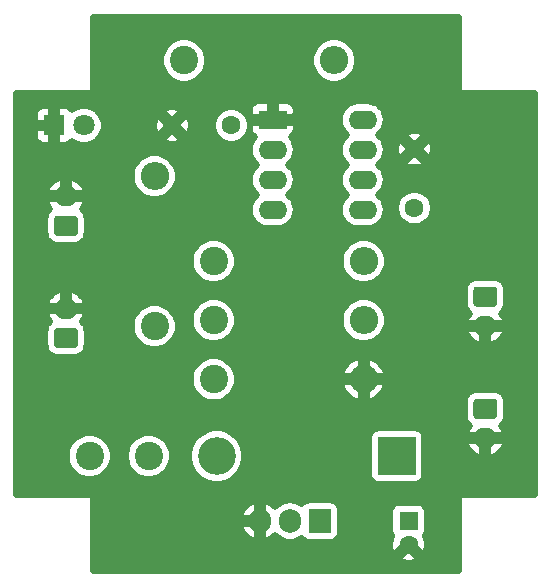
<source format=gbr>
%TF.GenerationSoftware,KiCad,Pcbnew,5.1.10-88a1d61d58~90~ubuntu20.04.1*%
%TF.CreationDate,2022-01-16T22:29:31+00:00*%
%TF.ProjectId,12_24_boost_converter,31325f32-345f-4626-9f6f-73745f636f6e,rev?*%
%TF.SameCoordinates,Original*%
%TF.FileFunction,Copper,L2,Bot*%
%TF.FilePolarity,Positive*%
%FSLAX46Y46*%
G04 Gerber Fmt 4.6, Leading zero omitted, Abs format (unit mm)*
G04 Created by KiCad (PCBNEW 5.1.10-88a1d61d58~90~ubuntu20.04.1) date 2022-01-16 22:29:31*
%MOMM*%
%LPD*%
G01*
G04 APERTURE LIST*
%TA.AperFunction,ComponentPad*%
%ADD10O,2.000000X1.700000*%
%TD*%
%TA.AperFunction,ComponentPad*%
%ADD11C,2.400000*%
%TD*%
%TA.AperFunction,ComponentPad*%
%ADD12O,2.400000X2.400000*%
%TD*%
%TA.AperFunction,ComponentPad*%
%ADD13C,1.800000*%
%TD*%
%TA.AperFunction,ComponentPad*%
%ADD14R,1.800000X1.800000*%
%TD*%
%TA.AperFunction,ComponentPad*%
%ADD15O,3.200000X3.200000*%
%TD*%
%TA.AperFunction,ComponentPad*%
%ADD16R,3.200000X3.200000*%
%TD*%
%TA.AperFunction,ComponentPad*%
%ADD17R,2.400000X1.600000*%
%TD*%
%TA.AperFunction,ComponentPad*%
%ADD18O,2.400000X1.600000*%
%TD*%
%TA.AperFunction,ComponentPad*%
%ADD19R,1.600000X1.600000*%
%TD*%
%TA.AperFunction,ComponentPad*%
%ADD20C,1.600000*%
%TD*%
%TA.AperFunction,ComponentPad*%
%ADD21R,1.905000X2.000000*%
%TD*%
%TA.AperFunction,ComponentPad*%
%ADD22O,1.905000X2.000000*%
%TD*%
%TA.AperFunction,Conductor*%
%ADD23C,0.500000*%
%TD*%
%TA.AperFunction,Conductor*%
%ADD24C,0.100000*%
%TD*%
G04 APERTURE END LIST*
D10*
%TO.P,J4,2*%
%TO.N,GND*%
X145500000Y-116500000D03*
%TO.P,J4,1*%
%TO.N,+24V*%
%TA.AperFunction,ComponentPad*%
G36*
G01*
X144750000Y-113150000D02*
X146250000Y-113150000D01*
G75*
G02*
X146500000Y-113400000I0J-250000D01*
G01*
X146500000Y-114600000D01*
G75*
G02*
X146250000Y-114850000I-250000J0D01*
G01*
X144750000Y-114850000D01*
G75*
G02*
X144500000Y-114600000I0J250000D01*
G01*
X144500000Y-113400000D01*
G75*
G02*
X144750000Y-113150000I250000J0D01*
G01*
G37*
%TD.AperFunction*%
%TD*%
D11*
%TO.P,L1,2*%
%TO.N,Net-(D1-Pad2)*%
X117000000Y-118000000D03*
%TO.P,L1,1*%
%TO.N,+12V*%
X112000000Y-118000000D03*
%TD*%
D12*
%TO.P,R5,2*%
%TO.N,+12V*%
X132700000Y-84500000D03*
D11*
%TO.P,R5,1*%
%TO.N,Net-(D2-Pad2)*%
X120000000Y-84500000D03*
%TD*%
D13*
%TO.P,D2,2*%
%TO.N,Net-(D2-Pad2)*%
X111540000Y-90000000D03*
D14*
%TO.P,D2,1*%
%TO.N,GND*%
X109000000Y-90000000D03*
%TD*%
D15*
%TO.P,D1,2*%
%TO.N,Net-(D1-Pad2)*%
X122760000Y-118000000D03*
D16*
%TO.P,D1,1*%
%TO.N,+24V*%
X138000000Y-118000000D03*
%TD*%
D17*
%TO.P,U1,1*%
%TO.N,GND*%
X127500000Y-89500000D03*
D18*
%TO.P,U1,5*%
%TO.N,Net-(C2-Pad2)*%
X135120000Y-97120000D03*
%TO.P,U1,2*%
%TO.N,Net-(C1-Pad2)*%
X127500000Y-92040000D03*
%TO.P,U1,6*%
X135120000Y-94580000D03*
%TO.P,U1,3*%
%TO.N,Net-(R3-Pad2)*%
X127500000Y-94580000D03*
%TO.P,U1,7*%
%TO.N,Net-(R1-Pad2)*%
X135120000Y-92040000D03*
%TO.P,U1,4*%
%TO.N,+12V*%
X127500000Y-97120000D03*
%TO.P,U1,8*%
X135120000Y-89500000D03*
%TD*%
D12*
%TO.P,R1,2*%
%TO.N,Net-(R1-Pad2)*%
X135200000Y-101500000D03*
D11*
%TO.P,R1,1*%
%TO.N,+12V*%
X122500000Y-101500000D03*
%TD*%
%TO.P,J3,1*%
%TO.N,+24V*%
%TA.AperFunction,ComponentPad*%
G36*
G01*
X144750000Y-103650000D02*
X146250000Y-103650000D01*
G75*
G02*
X146500000Y-103900000I0J-250000D01*
G01*
X146500000Y-105100000D01*
G75*
G02*
X146250000Y-105350000I-250000J0D01*
G01*
X144750000Y-105350000D01*
G75*
G02*
X144500000Y-105100000I0J250000D01*
G01*
X144500000Y-103900000D01*
G75*
G02*
X144750000Y-103650000I250000J0D01*
G01*
G37*
%TD.AperFunction*%
D10*
%TO.P,J3,2*%
%TO.N,GND*%
X145500000Y-107000000D03*
%TD*%
D19*
%TO.P,C3,1*%
%TO.N,+24V*%
X139000000Y-123500000D03*
D20*
%TO.P,C3,2*%
%TO.N,GND*%
X139000000Y-125500000D03*
%TD*%
D11*
%TO.P,R4,1*%
%TO.N,Net-(Q1-Pad1)*%
X122500000Y-111500000D03*
D12*
%TO.P,R4,2*%
%TO.N,GND*%
X135200000Y-111500000D03*
%TD*%
D11*
%TO.P,R3,1*%
%TO.N,Net-(Q1-Pad1)*%
X117500000Y-107000000D03*
D12*
%TO.P,R3,2*%
%TO.N,Net-(R3-Pad2)*%
X117500000Y-94300000D03*
%TD*%
%TO.P,R2,2*%
%TO.N,Net-(R1-Pad2)*%
X135200000Y-106500000D03*
D11*
%TO.P,R2,1*%
%TO.N,Net-(C1-Pad2)*%
X122500000Y-106500000D03*
%TD*%
D20*
%TO.P,C1,1*%
%TO.N,GND*%
X119000000Y-90000000D03*
%TO.P,C1,2*%
%TO.N,Net-(C1-Pad2)*%
X124000000Y-90000000D03*
%TD*%
%TO.P,J2,1*%
%TO.N,+12V*%
%TA.AperFunction,ComponentPad*%
G36*
G01*
X110750000Y-108850000D02*
X109250000Y-108850000D01*
G75*
G02*
X109000000Y-108600000I0J250000D01*
G01*
X109000000Y-107400000D01*
G75*
G02*
X109250000Y-107150000I250000J0D01*
G01*
X110750000Y-107150000D01*
G75*
G02*
X111000000Y-107400000I0J-250000D01*
G01*
X111000000Y-108600000D01*
G75*
G02*
X110750000Y-108850000I-250000J0D01*
G01*
G37*
%TD.AperFunction*%
D10*
%TO.P,J2,2*%
%TO.N,GND*%
X110000000Y-105500000D03*
%TD*%
D20*
%TO.P,C2,1*%
%TO.N,GND*%
X139500000Y-92000000D03*
%TO.P,C2,2*%
%TO.N,Net-(C2-Pad2)*%
X139500000Y-97000000D03*
%TD*%
D21*
%TO.P,Q1,1*%
%TO.N,Net-(Q1-Pad1)*%
X131500000Y-123500000D03*
D22*
%TO.P,Q1,2*%
%TO.N,Net-(D1-Pad2)*%
X128960000Y-123500000D03*
%TO.P,Q1,3*%
%TO.N,GND*%
X126420000Y-123500000D03*
%TD*%
%TO.P,J1,1*%
%TO.N,+12V*%
%TA.AperFunction,ComponentPad*%
G36*
G01*
X110750000Y-99350000D02*
X109250000Y-99350000D01*
G75*
G02*
X109000000Y-99100000I0J250000D01*
G01*
X109000000Y-97900000D01*
G75*
G02*
X109250000Y-97650000I250000J0D01*
G01*
X110750000Y-97650000D01*
G75*
G02*
X111000000Y-97900000I0J-250000D01*
G01*
X111000000Y-99100000D01*
G75*
G02*
X110750000Y-99350000I-250000J0D01*
G01*
G37*
%TD.AperFunction*%
D10*
%TO.P,J1,2*%
%TO.N,GND*%
X110000000Y-96000000D03*
%TD*%
D23*
%TO.N,GND*%
X143250000Y-87000000D02*
X143254804Y-87048773D01*
X143269030Y-87095671D01*
X143292133Y-87138893D01*
X143323223Y-87176777D01*
X143361107Y-87207867D01*
X143404329Y-87230970D01*
X143451227Y-87245196D01*
X143500000Y-87250000D01*
X149725000Y-87250000D01*
X149725001Y-121250000D01*
X143500000Y-121250000D01*
X143451227Y-121254804D01*
X143404329Y-121269030D01*
X143361107Y-121292133D01*
X143323223Y-121323223D01*
X143292133Y-121361107D01*
X143269030Y-121404329D01*
X143254804Y-121451227D01*
X143250000Y-121500000D01*
X143250000Y-127725000D01*
X112250000Y-127725000D01*
X112250000Y-126629247D01*
X138224306Y-126629247D01*
X138298649Y-126890653D01*
X138583429Y-127000758D01*
X138884216Y-127053190D01*
X139189454Y-127045935D01*
X139487411Y-126979270D01*
X139701351Y-126890653D01*
X139775694Y-126629247D01*
X139000000Y-125853553D01*
X138224306Y-126629247D01*
X112250000Y-126629247D01*
X112250000Y-124011501D01*
X124784882Y-124011501D01*
X124906822Y-124321581D01*
X125086913Y-124601914D01*
X125318234Y-124841726D01*
X125591895Y-125031802D01*
X125897380Y-125164837D01*
X125909635Y-125171703D01*
X126170000Y-125041731D01*
X126170000Y-123750000D01*
X124919927Y-123750000D01*
X124784882Y-124011501D01*
X112250000Y-124011501D01*
X112250000Y-122988499D01*
X124784882Y-122988499D01*
X124919927Y-123250000D01*
X126170000Y-123250000D01*
X126170000Y-121958269D01*
X126670000Y-121958269D01*
X126670000Y-123250000D01*
X126690000Y-123250000D01*
X126690000Y-123750000D01*
X126670000Y-123750000D01*
X126670000Y-125041731D01*
X126930365Y-125171703D01*
X126942620Y-125164837D01*
X127248105Y-125031802D01*
X127521766Y-124841726D01*
X127682750Y-124674832D01*
X127750326Y-124757174D01*
X128009565Y-124969926D01*
X128305329Y-125128015D01*
X128626252Y-125225366D01*
X128960000Y-125258237D01*
X129293747Y-125225366D01*
X129614670Y-125128015D01*
X129910434Y-124969926D01*
X129941801Y-124944184D01*
X130014605Y-125032895D01*
X130128807Y-125126619D01*
X130259099Y-125196261D01*
X130400474Y-125239147D01*
X130547500Y-125253628D01*
X132452500Y-125253628D01*
X132599526Y-125239147D01*
X132740901Y-125196261D01*
X132871193Y-125126619D01*
X132985395Y-125032895D01*
X133079119Y-124918693D01*
X133148761Y-124788401D01*
X133191647Y-124647026D01*
X133206128Y-124500000D01*
X133206128Y-122700000D01*
X137446372Y-122700000D01*
X137446372Y-124300000D01*
X137460853Y-124447026D01*
X137503739Y-124588401D01*
X137573381Y-124718693D01*
X137633388Y-124791812D01*
X137609347Y-124798649D01*
X137499242Y-125083429D01*
X137446810Y-125384216D01*
X137454065Y-125689454D01*
X137520730Y-125987411D01*
X137609347Y-126201351D01*
X137870753Y-126275694D01*
X138646447Y-125500000D01*
X138632305Y-125485858D01*
X138985858Y-125132305D01*
X139000000Y-125146447D01*
X139014143Y-125132305D01*
X139367696Y-125485858D01*
X139353553Y-125500000D01*
X140129247Y-126275694D01*
X140390653Y-126201351D01*
X140500758Y-125916571D01*
X140553190Y-125615784D01*
X140545935Y-125310546D01*
X140479270Y-125012589D01*
X140390653Y-124798649D01*
X140366612Y-124791812D01*
X140426619Y-124718693D01*
X140496261Y-124588401D01*
X140539147Y-124447026D01*
X140553628Y-124300000D01*
X140553628Y-122700000D01*
X140539147Y-122552974D01*
X140496261Y-122411599D01*
X140426619Y-122281307D01*
X140332895Y-122167105D01*
X140218693Y-122073381D01*
X140088401Y-122003739D01*
X139947026Y-121960853D01*
X139800000Y-121946372D01*
X138200000Y-121946372D01*
X138052974Y-121960853D01*
X137911599Y-122003739D01*
X137781307Y-122073381D01*
X137667105Y-122167105D01*
X137573381Y-122281307D01*
X137503739Y-122411599D01*
X137460853Y-122552974D01*
X137446372Y-122700000D01*
X133206128Y-122700000D01*
X133206128Y-122500000D01*
X133191647Y-122352974D01*
X133148761Y-122211599D01*
X133079119Y-122081307D01*
X132985395Y-121967105D01*
X132871193Y-121873381D01*
X132740901Y-121803739D01*
X132599526Y-121760853D01*
X132452500Y-121746372D01*
X130547500Y-121746372D01*
X130400474Y-121760853D01*
X130259099Y-121803739D01*
X130128807Y-121873381D01*
X130014605Y-121967105D01*
X129941801Y-122055816D01*
X129910435Y-122030074D01*
X129614671Y-121871985D01*
X129293748Y-121774634D01*
X128960000Y-121741763D01*
X128626253Y-121774634D01*
X128305330Y-121871985D01*
X128009566Y-122030074D01*
X127750326Y-122242826D01*
X127682750Y-122325167D01*
X127521766Y-122158274D01*
X127248105Y-121968198D01*
X126942620Y-121835163D01*
X126930365Y-121828297D01*
X126670000Y-121958269D01*
X126170000Y-121958269D01*
X125909635Y-121828297D01*
X125897380Y-121835163D01*
X125591895Y-121968198D01*
X125318234Y-122158274D01*
X125086913Y-122398086D01*
X124906822Y-122678419D01*
X124784882Y-122988499D01*
X112250000Y-122988499D01*
X112250000Y-121500000D01*
X112245196Y-121451227D01*
X112230970Y-121404329D01*
X112207867Y-121361107D01*
X112176777Y-121323223D01*
X112138893Y-121292133D01*
X112095671Y-121269030D01*
X112048773Y-121254804D01*
X112000000Y-121250000D01*
X105775000Y-121250000D01*
X105775000Y-117807942D01*
X110050000Y-117807942D01*
X110050000Y-118192058D01*
X110124938Y-118568794D01*
X110271933Y-118923671D01*
X110485336Y-119243052D01*
X110756948Y-119514664D01*
X111076329Y-119728067D01*
X111431206Y-119875062D01*
X111807942Y-119950000D01*
X112192058Y-119950000D01*
X112568794Y-119875062D01*
X112923671Y-119728067D01*
X113243052Y-119514664D01*
X113514664Y-119243052D01*
X113728067Y-118923671D01*
X113875062Y-118568794D01*
X113950000Y-118192058D01*
X113950000Y-117807942D01*
X115050000Y-117807942D01*
X115050000Y-118192058D01*
X115124938Y-118568794D01*
X115271933Y-118923671D01*
X115485336Y-119243052D01*
X115756948Y-119514664D01*
X116076329Y-119728067D01*
X116431206Y-119875062D01*
X116807942Y-119950000D01*
X117192058Y-119950000D01*
X117568794Y-119875062D01*
X117923671Y-119728067D01*
X118243052Y-119514664D01*
X118514664Y-119243052D01*
X118728067Y-118923671D01*
X118875062Y-118568794D01*
X118950000Y-118192058D01*
X118950000Y-117807942D01*
X118942164Y-117768545D01*
X120410000Y-117768545D01*
X120410000Y-118231455D01*
X120500309Y-118685470D01*
X120677457Y-119113143D01*
X120934636Y-119498038D01*
X121261962Y-119825364D01*
X121646857Y-120082543D01*
X122074530Y-120259691D01*
X122528545Y-120350000D01*
X122991455Y-120350000D01*
X123445470Y-120259691D01*
X123873143Y-120082543D01*
X124258038Y-119825364D01*
X124585364Y-119498038D01*
X124842543Y-119113143D01*
X125019691Y-118685470D01*
X125110000Y-118231455D01*
X125110000Y-117768545D01*
X125019691Y-117314530D01*
X124842543Y-116886857D01*
X124585364Y-116501962D01*
X124483402Y-116400000D01*
X135646372Y-116400000D01*
X135646372Y-119600000D01*
X135660853Y-119747026D01*
X135703739Y-119888401D01*
X135773381Y-120018693D01*
X135867105Y-120132895D01*
X135981307Y-120226619D01*
X136111599Y-120296261D01*
X136252974Y-120339147D01*
X136400000Y-120353628D01*
X139600000Y-120353628D01*
X139747026Y-120339147D01*
X139888401Y-120296261D01*
X140018693Y-120226619D01*
X140132895Y-120132895D01*
X140226619Y-120018693D01*
X140296261Y-119888401D01*
X140339147Y-119747026D01*
X140353628Y-119600000D01*
X140353628Y-116994143D01*
X143828217Y-116994143D01*
X143862214Y-117075764D01*
X144003127Y-117354954D01*
X144195800Y-117601288D01*
X144432828Y-117805300D01*
X144705103Y-117959150D01*
X145002161Y-118056926D01*
X145250000Y-117904672D01*
X145250000Y-116750000D01*
X145750000Y-116750000D01*
X145750000Y-117904672D01*
X145997839Y-118056926D01*
X146294897Y-117959150D01*
X146567172Y-117805300D01*
X146804200Y-117601288D01*
X146996873Y-117354954D01*
X147137786Y-117075764D01*
X147171783Y-116994143D01*
X147040200Y-116750000D01*
X145750000Y-116750000D01*
X145250000Y-116750000D01*
X143959800Y-116750000D01*
X143828217Y-116994143D01*
X140353628Y-116994143D01*
X140353628Y-116400000D01*
X140339147Y-116252974D01*
X140296261Y-116111599D01*
X140226619Y-115981307D01*
X140132895Y-115867105D01*
X140018693Y-115773381D01*
X139888401Y-115703739D01*
X139747026Y-115660853D01*
X139600000Y-115646372D01*
X136400000Y-115646372D01*
X136252974Y-115660853D01*
X136111599Y-115703739D01*
X135981307Y-115773381D01*
X135867105Y-115867105D01*
X135773381Y-115981307D01*
X135703739Y-116111599D01*
X135660853Y-116252974D01*
X135646372Y-116400000D01*
X124483402Y-116400000D01*
X124258038Y-116174636D01*
X123873143Y-115917457D01*
X123445470Y-115740309D01*
X122991455Y-115650000D01*
X122528545Y-115650000D01*
X122074530Y-115740309D01*
X121646857Y-115917457D01*
X121261962Y-116174636D01*
X120934636Y-116501962D01*
X120677457Y-116886857D01*
X120500309Y-117314530D01*
X120410000Y-117768545D01*
X118942164Y-117768545D01*
X118875062Y-117431206D01*
X118728067Y-117076329D01*
X118514664Y-116756948D01*
X118243052Y-116485336D01*
X117923671Y-116271933D01*
X117568794Y-116124938D01*
X117192058Y-116050000D01*
X116807942Y-116050000D01*
X116431206Y-116124938D01*
X116076329Y-116271933D01*
X115756948Y-116485336D01*
X115485336Y-116756948D01*
X115271933Y-117076329D01*
X115124938Y-117431206D01*
X115050000Y-117807942D01*
X113950000Y-117807942D01*
X113875062Y-117431206D01*
X113728067Y-117076329D01*
X113514664Y-116756948D01*
X113243052Y-116485336D01*
X112923671Y-116271933D01*
X112568794Y-116124938D01*
X112192058Y-116050000D01*
X111807942Y-116050000D01*
X111431206Y-116124938D01*
X111076329Y-116271933D01*
X110756948Y-116485336D01*
X110485336Y-116756948D01*
X110271933Y-117076329D01*
X110124938Y-117431206D01*
X110050000Y-117807942D01*
X105775000Y-117807942D01*
X105775000Y-111307942D01*
X120550000Y-111307942D01*
X120550000Y-111692058D01*
X120624938Y-112068794D01*
X120771933Y-112423671D01*
X120985336Y-112743052D01*
X121256948Y-113014664D01*
X121576329Y-113228067D01*
X121931206Y-113375062D01*
X122307942Y-113450000D01*
X122692058Y-113450000D01*
X122943423Y-113400000D01*
X143746372Y-113400000D01*
X143746372Y-114600000D01*
X143765656Y-114795798D01*
X143822769Y-114984072D01*
X143915514Y-115157586D01*
X144040328Y-115309672D01*
X144177434Y-115422193D01*
X144003127Y-115645046D01*
X143862214Y-115924236D01*
X143828217Y-116005857D01*
X143959800Y-116250000D01*
X145250000Y-116250000D01*
X145250000Y-116230000D01*
X145750000Y-116230000D01*
X145750000Y-116250000D01*
X147040200Y-116250000D01*
X147171783Y-116005857D01*
X147137786Y-115924236D01*
X146996873Y-115645046D01*
X146822566Y-115422193D01*
X146959672Y-115309672D01*
X147084486Y-115157586D01*
X147177231Y-114984072D01*
X147234344Y-114795798D01*
X147253628Y-114600000D01*
X147253628Y-113400000D01*
X147234344Y-113204202D01*
X147177231Y-113015928D01*
X147084486Y-112842414D01*
X146959672Y-112690328D01*
X146807586Y-112565514D01*
X146634072Y-112472769D01*
X146445798Y-112415656D01*
X146250000Y-112396372D01*
X144750000Y-112396372D01*
X144554202Y-112415656D01*
X144365928Y-112472769D01*
X144192414Y-112565514D01*
X144040328Y-112690328D01*
X143915514Y-112842414D01*
X143822769Y-113015928D01*
X143765656Y-113204202D01*
X143746372Y-113400000D01*
X122943423Y-113400000D01*
X123068794Y-113375062D01*
X123423671Y-113228067D01*
X123743052Y-113014664D01*
X124014664Y-112743052D01*
X124228067Y-112423671D01*
X124375062Y-112068794D01*
X124378909Y-112049452D01*
X133329010Y-112049452D01*
X133339063Y-112082616D01*
X133488483Y-112434472D01*
X133703676Y-112750417D01*
X133976372Y-113018309D01*
X134296091Y-113227853D01*
X134650547Y-113370997D01*
X134950000Y-113246415D01*
X134950000Y-111750000D01*
X135450000Y-111750000D01*
X135450000Y-113246415D01*
X135749453Y-113370997D01*
X136103909Y-113227853D01*
X136423628Y-113018309D01*
X136696324Y-112750417D01*
X136911517Y-112434472D01*
X137060937Y-112082616D01*
X137070990Y-112049452D01*
X136944679Y-111750000D01*
X135450000Y-111750000D01*
X134950000Y-111750000D01*
X133455321Y-111750000D01*
X133329010Y-112049452D01*
X124378909Y-112049452D01*
X124450000Y-111692058D01*
X124450000Y-111307942D01*
X124378910Y-110950548D01*
X133329010Y-110950548D01*
X133455321Y-111250000D01*
X134950000Y-111250000D01*
X134950000Y-109753585D01*
X135450000Y-109753585D01*
X135450000Y-111250000D01*
X136944679Y-111250000D01*
X137070990Y-110950548D01*
X137060937Y-110917384D01*
X136911517Y-110565528D01*
X136696324Y-110249583D01*
X136423628Y-109981691D01*
X136103909Y-109772147D01*
X135749453Y-109629003D01*
X135450000Y-109753585D01*
X134950000Y-109753585D01*
X134650547Y-109629003D01*
X134296091Y-109772147D01*
X133976372Y-109981691D01*
X133703676Y-110249583D01*
X133488483Y-110565528D01*
X133339063Y-110917384D01*
X133329010Y-110950548D01*
X124378910Y-110950548D01*
X124375062Y-110931206D01*
X124228067Y-110576329D01*
X124014664Y-110256948D01*
X123743052Y-109985336D01*
X123423671Y-109771933D01*
X123068794Y-109624938D01*
X122692058Y-109550000D01*
X122307942Y-109550000D01*
X121931206Y-109624938D01*
X121576329Y-109771933D01*
X121256948Y-109985336D01*
X120985336Y-110256948D01*
X120771933Y-110576329D01*
X120624938Y-110931206D01*
X120550000Y-111307942D01*
X105775000Y-111307942D01*
X105775000Y-107400000D01*
X108246372Y-107400000D01*
X108246372Y-108600000D01*
X108265656Y-108795798D01*
X108322769Y-108984072D01*
X108415514Y-109157586D01*
X108540328Y-109309672D01*
X108692414Y-109434486D01*
X108865928Y-109527231D01*
X109054202Y-109584344D01*
X109250000Y-109603628D01*
X110750000Y-109603628D01*
X110945798Y-109584344D01*
X111134072Y-109527231D01*
X111307586Y-109434486D01*
X111459672Y-109309672D01*
X111584486Y-109157586D01*
X111677231Y-108984072D01*
X111734344Y-108795798D01*
X111753628Y-108600000D01*
X111753628Y-107400000D01*
X111734344Y-107204202D01*
X111677231Y-107015928D01*
X111584486Y-106842414D01*
X111556196Y-106807942D01*
X115550000Y-106807942D01*
X115550000Y-107192058D01*
X115624938Y-107568794D01*
X115771933Y-107923671D01*
X115985336Y-108243052D01*
X116256948Y-108514664D01*
X116576329Y-108728067D01*
X116931206Y-108875062D01*
X117307942Y-108950000D01*
X117692058Y-108950000D01*
X118068794Y-108875062D01*
X118423671Y-108728067D01*
X118743052Y-108514664D01*
X119014664Y-108243052D01*
X119228067Y-107923671D01*
X119375062Y-107568794D01*
X119450000Y-107192058D01*
X119450000Y-106807942D01*
X119375062Y-106431206D01*
X119324005Y-106307942D01*
X120550000Y-106307942D01*
X120550000Y-106692058D01*
X120624938Y-107068794D01*
X120771933Y-107423671D01*
X120985336Y-107743052D01*
X121256948Y-108014664D01*
X121576329Y-108228067D01*
X121931206Y-108375062D01*
X122307942Y-108450000D01*
X122692058Y-108450000D01*
X123068794Y-108375062D01*
X123423671Y-108228067D01*
X123743052Y-108014664D01*
X124014664Y-107743052D01*
X124228067Y-107423671D01*
X124375062Y-107068794D01*
X124450000Y-106692058D01*
X124450000Y-106307942D01*
X133250000Y-106307942D01*
X133250000Y-106692058D01*
X133324938Y-107068794D01*
X133471933Y-107423671D01*
X133685336Y-107743052D01*
X133956948Y-108014664D01*
X134276329Y-108228067D01*
X134631206Y-108375062D01*
X135007942Y-108450000D01*
X135392058Y-108450000D01*
X135768794Y-108375062D01*
X136123671Y-108228067D01*
X136443052Y-108014664D01*
X136714664Y-107743052D01*
X136880979Y-107494143D01*
X143828217Y-107494143D01*
X143862214Y-107575764D01*
X144003127Y-107854954D01*
X144195800Y-108101288D01*
X144432828Y-108305300D01*
X144705103Y-108459150D01*
X145002161Y-108556926D01*
X145250000Y-108404672D01*
X145250000Y-107250000D01*
X145750000Y-107250000D01*
X145750000Y-108404672D01*
X145997839Y-108556926D01*
X146294897Y-108459150D01*
X146567172Y-108305300D01*
X146804200Y-108101288D01*
X146996873Y-107854954D01*
X147137786Y-107575764D01*
X147171783Y-107494143D01*
X147040200Y-107250000D01*
X145750000Y-107250000D01*
X145250000Y-107250000D01*
X143959800Y-107250000D01*
X143828217Y-107494143D01*
X136880979Y-107494143D01*
X136928067Y-107423671D01*
X137075062Y-107068794D01*
X137150000Y-106692058D01*
X137150000Y-106307942D01*
X137075062Y-105931206D01*
X136928067Y-105576329D01*
X136714664Y-105256948D01*
X136443052Y-104985336D01*
X136123671Y-104771933D01*
X135768794Y-104624938D01*
X135392058Y-104550000D01*
X135007942Y-104550000D01*
X134631206Y-104624938D01*
X134276329Y-104771933D01*
X133956948Y-104985336D01*
X133685336Y-105256948D01*
X133471933Y-105576329D01*
X133324938Y-105931206D01*
X133250000Y-106307942D01*
X124450000Y-106307942D01*
X124375062Y-105931206D01*
X124228067Y-105576329D01*
X124014664Y-105256948D01*
X123743052Y-104985336D01*
X123423671Y-104771933D01*
X123068794Y-104624938D01*
X122692058Y-104550000D01*
X122307942Y-104550000D01*
X121931206Y-104624938D01*
X121576329Y-104771933D01*
X121256948Y-104985336D01*
X120985336Y-105256948D01*
X120771933Y-105576329D01*
X120624938Y-105931206D01*
X120550000Y-106307942D01*
X119324005Y-106307942D01*
X119228067Y-106076329D01*
X119014664Y-105756948D01*
X118743052Y-105485336D01*
X118423671Y-105271933D01*
X118068794Y-105124938D01*
X117692058Y-105050000D01*
X117307942Y-105050000D01*
X116931206Y-105124938D01*
X116576329Y-105271933D01*
X116256948Y-105485336D01*
X115985336Y-105756948D01*
X115771933Y-106076329D01*
X115624938Y-106431206D01*
X115550000Y-106807942D01*
X111556196Y-106807942D01*
X111459672Y-106690328D01*
X111322566Y-106577807D01*
X111496873Y-106354954D01*
X111637786Y-106075764D01*
X111671783Y-105994143D01*
X111540200Y-105750000D01*
X110250000Y-105750000D01*
X110250000Y-105770000D01*
X109750000Y-105770000D01*
X109750000Y-105750000D01*
X108459800Y-105750000D01*
X108328217Y-105994143D01*
X108362214Y-106075764D01*
X108503127Y-106354954D01*
X108677434Y-106577807D01*
X108540328Y-106690328D01*
X108415514Y-106842414D01*
X108322769Y-107015928D01*
X108265656Y-107204202D01*
X108246372Y-107400000D01*
X105775000Y-107400000D01*
X105775000Y-105005857D01*
X108328217Y-105005857D01*
X108459800Y-105250000D01*
X109750000Y-105250000D01*
X109750000Y-104095328D01*
X110250000Y-104095328D01*
X110250000Y-105250000D01*
X111540200Y-105250000D01*
X111671783Y-105005857D01*
X111637786Y-104924236D01*
X111496873Y-104645046D01*
X111304200Y-104398712D01*
X111067172Y-104194700D01*
X110794897Y-104040850D01*
X110497839Y-103943074D01*
X110250000Y-104095328D01*
X109750000Y-104095328D01*
X109502161Y-103943074D01*
X109205103Y-104040850D01*
X108932828Y-104194700D01*
X108695800Y-104398712D01*
X108503127Y-104645046D01*
X108362214Y-104924236D01*
X108328217Y-105005857D01*
X105775000Y-105005857D01*
X105775000Y-103900000D01*
X143746372Y-103900000D01*
X143746372Y-105100000D01*
X143765656Y-105295798D01*
X143822769Y-105484072D01*
X143915514Y-105657586D01*
X144040328Y-105809672D01*
X144177434Y-105922193D01*
X144003127Y-106145046D01*
X143862214Y-106424236D01*
X143828217Y-106505857D01*
X143959800Y-106750000D01*
X145250000Y-106750000D01*
X145250000Y-106730000D01*
X145750000Y-106730000D01*
X145750000Y-106750000D01*
X147040200Y-106750000D01*
X147171783Y-106505857D01*
X147137786Y-106424236D01*
X146996873Y-106145046D01*
X146822566Y-105922193D01*
X146959672Y-105809672D01*
X147084486Y-105657586D01*
X147177231Y-105484072D01*
X147234344Y-105295798D01*
X147253628Y-105100000D01*
X147253628Y-103900000D01*
X147234344Y-103704202D01*
X147177231Y-103515928D01*
X147084486Y-103342414D01*
X146959672Y-103190328D01*
X146807586Y-103065514D01*
X146634072Y-102972769D01*
X146445798Y-102915656D01*
X146250000Y-102896372D01*
X144750000Y-102896372D01*
X144554202Y-102915656D01*
X144365928Y-102972769D01*
X144192414Y-103065514D01*
X144040328Y-103190328D01*
X143915514Y-103342414D01*
X143822769Y-103515928D01*
X143765656Y-103704202D01*
X143746372Y-103900000D01*
X105775000Y-103900000D01*
X105775000Y-101307942D01*
X120550000Y-101307942D01*
X120550000Y-101692058D01*
X120624938Y-102068794D01*
X120771933Y-102423671D01*
X120985336Y-102743052D01*
X121256948Y-103014664D01*
X121576329Y-103228067D01*
X121931206Y-103375062D01*
X122307942Y-103450000D01*
X122692058Y-103450000D01*
X123068794Y-103375062D01*
X123423671Y-103228067D01*
X123743052Y-103014664D01*
X124014664Y-102743052D01*
X124228067Y-102423671D01*
X124375062Y-102068794D01*
X124450000Y-101692058D01*
X124450000Y-101307942D01*
X133250000Y-101307942D01*
X133250000Y-101692058D01*
X133324938Y-102068794D01*
X133471933Y-102423671D01*
X133685336Y-102743052D01*
X133956948Y-103014664D01*
X134276329Y-103228067D01*
X134631206Y-103375062D01*
X135007942Y-103450000D01*
X135392058Y-103450000D01*
X135768794Y-103375062D01*
X136123671Y-103228067D01*
X136443052Y-103014664D01*
X136714664Y-102743052D01*
X136928067Y-102423671D01*
X137075062Y-102068794D01*
X137150000Y-101692058D01*
X137150000Y-101307942D01*
X137075062Y-100931206D01*
X136928067Y-100576329D01*
X136714664Y-100256948D01*
X136443052Y-99985336D01*
X136123671Y-99771933D01*
X135768794Y-99624938D01*
X135392058Y-99550000D01*
X135007942Y-99550000D01*
X134631206Y-99624938D01*
X134276329Y-99771933D01*
X133956948Y-99985336D01*
X133685336Y-100256948D01*
X133471933Y-100576329D01*
X133324938Y-100931206D01*
X133250000Y-101307942D01*
X124450000Y-101307942D01*
X124375062Y-100931206D01*
X124228067Y-100576329D01*
X124014664Y-100256948D01*
X123743052Y-99985336D01*
X123423671Y-99771933D01*
X123068794Y-99624938D01*
X122692058Y-99550000D01*
X122307942Y-99550000D01*
X121931206Y-99624938D01*
X121576329Y-99771933D01*
X121256948Y-99985336D01*
X120985336Y-100256948D01*
X120771933Y-100576329D01*
X120624938Y-100931206D01*
X120550000Y-101307942D01*
X105775000Y-101307942D01*
X105775000Y-97900000D01*
X108246372Y-97900000D01*
X108246372Y-99100000D01*
X108265656Y-99295798D01*
X108322769Y-99484072D01*
X108415514Y-99657586D01*
X108540328Y-99809672D01*
X108692414Y-99934486D01*
X108865928Y-100027231D01*
X109054202Y-100084344D01*
X109250000Y-100103628D01*
X110750000Y-100103628D01*
X110945798Y-100084344D01*
X111134072Y-100027231D01*
X111307586Y-99934486D01*
X111459672Y-99809672D01*
X111584486Y-99657586D01*
X111677231Y-99484072D01*
X111734344Y-99295798D01*
X111753628Y-99100000D01*
X111753628Y-97900000D01*
X111734344Y-97704202D01*
X111677231Y-97515928D01*
X111584486Y-97342414D01*
X111459672Y-97190328D01*
X111322566Y-97077807D01*
X111496873Y-96854954D01*
X111637786Y-96575764D01*
X111671783Y-96494143D01*
X111540200Y-96250000D01*
X110250000Y-96250000D01*
X110250000Y-96270000D01*
X109750000Y-96270000D01*
X109750000Y-96250000D01*
X108459800Y-96250000D01*
X108328217Y-96494143D01*
X108362214Y-96575764D01*
X108503127Y-96854954D01*
X108677434Y-97077807D01*
X108540328Y-97190328D01*
X108415514Y-97342414D01*
X108322769Y-97515928D01*
X108265656Y-97704202D01*
X108246372Y-97900000D01*
X105775000Y-97900000D01*
X105775000Y-95505857D01*
X108328217Y-95505857D01*
X108459800Y-95750000D01*
X109750000Y-95750000D01*
X109750000Y-94595328D01*
X110250000Y-94595328D01*
X110250000Y-95750000D01*
X111540200Y-95750000D01*
X111671783Y-95505857D01*
X111637786Y-95424236D01*
X111496873Y-95145046D01*
X111304200Y-94898712D01*
X111067172Y-94694700D01*
X110794897Y-94540850D01*
X110497839Y-94443074D01*
X110250000Y-94595328D01*
X109750000Y-94595328D01*
X109502161Y-94443074D01*
X109205103Y-94540850D01*
X108932828Y-94694700D01*
X108695800Y-94898712D01*
X108503127Y-95145046D01*
X108362214Y-95424236D01*
X108328217Y-95505857D01*
X105775000Y-95505857D01*
X105775000Y-94107942D01*
X115550000Y-94107942D01*
X115550000Y-94492058D01*
X115624938Y-94868794D01*
X115771933Y-95223671D01*
X115985336Y-95543052D01*
X116256948Y-95814664D01*
X116576329Y-96028067D01*
X116931206Y-96175062D01*
X117307942Y-96250000D01*
X117692058Y-96250000D01*
X118068794Y-96175062D01*
X118423671Y-96028067D01*
X118743052Y-95814664D01*
X119014664Y-95543052D01*
X119228067Y-95223671D01*
X119375062Y-94868794D01*
X119450000Y-94492058D01*
X119450000Y-94107942D01*
X119375062Y-93731206D01*
X119228067Y-93376329D01*
X119014664Y-93056948D01*
X118743052Y-92785336D01*
X118423671Y-92571933D01*
X118068794Y-92424938D01*
X117692058Y-92350000D01*
X117307942Y-92350000D01*
X116931206Y-92424938D01*
X116576329Y-92571933D01*
X116256948Y-92785336D01*
X115985336Y-93056948D01*
X115771933Y-93376329D01*
X115624938Y-93731206D01*
X115550000Y-94107942D01*
X105775000Y-94107942D01*
X105775000Y-90900000D01*
X107346371Y-90900000D01*
X107360852Y-91047026D01*
X107403738Y-91188401D01*
X107473380Y-91318694D01*
X107567104Y-91432896D01*
X107681306Y-91526620D01*
X107811599Y-91596262D01*
X107952974Y-91639148D01*
X108100000Y-91653629D01*
X108562500Y-91650000D01*
X108750000Y-91462500D01*
X108750000Y-90250000D01*
X107537500Y-90250000D01*
X107350000Y-90437500D01*
X107346371Y-90900000D01*
X105775000Y-90900000D01*
X105775000Y-89100000D01*
X107346371Y-89100000D01*
X107350000Y-89562500D01*
X107537500Y-89750000D01*
X108750000Y-89750000D01*
X108750000Y-88537500D01*
X109250000Y-88537500D01*
X109250000Y-89750000D01*
X109270000Y-89750000D01*
X109270000Y-90250000D01*
X109250000Y-90250000D01*
X109250000Y-91462500D01*
X109437500Y-91650000D01*
X109900000Y-91653629D01*
X110047026Y-91639148D01*
X110188401Y-91596262D01*
X110318694Y-91526620D01*
X110432896Y-91432896D01*
X110526620Y-91318694D01*
X110531100Y-91310313D01*
X110758432Y-91462211D01*
X111058713Y-91586592D01*
X111377489Y-91650000D01*
X111702511Y-91650000D01*
X112021287Y-91586592D01*
X112321568Y-91462211D01*
X112591814Y-91281639D01*
X112744206Y-91129247D01*
X118224306Y-91129247D01*
X118298649Y-91390653D01*
X118583429Y-91500758D01*
X118884216Y-91553190D01*
X119189454Y-91545935D01*
X119487411Y-91479270D01*
X119701351Y-91390653D01*
X119775694Y-91129247D01*
X119000000Y-90353553D01*
X118224306Y-91129247D01*
X112744206Y-91129247D01*
X112821639Y-91051814D01*
X113002211Y-90781568D01*
X113126592Y-90481287D01*
X113190000Y-90162511D01*
X113190000Y-89884216D01*
X117446810Y-89884216D01*
X117454065Y-90189454D01*
X117520730Y-90487411D01*
X117609347Y-90701351D01*
X117870753Y-90775694D01*
X118646447Y-90000000D01*
X119353553Y-90000000D01*
X120129247Y-90775694D01*
X120390653Y-90701351D01*
X120500758Y-90416571D01*
X120553190Y-90115784D01*
X120546810Y-89847338D01*
X122450000Y-89847338D01*
X122450000Y-90152662D01*
X122509565Y-90452118D01*
X122626408Y-90734200D01*
X122796036Y-90988068D01*
X123011932Y-91203964D01*
X123265800Y-91373592D01*
X123547882Y-91490435D01*
X123847338Y-91550000D01*
X124152662Y-91550000D01*
X124452118Y-91490435D01*
X124734200Y-91373592D01*
X124988068Y-91203964D01*
X125203964Y-90988068D01*
X125373592Y-90734200D01*
X125490435Y-90452118D01*
X125547732Y-90164065D01*
X125546371Y-90300000D01*
X125560852Y-90447026D01*
X125603738Y-90588401D01*
X125673380Y-90718694D01*
X125767104Y-90832896D01*
X125881306Y-90926620D01*
X125969774Y-90973906D01*
X125804987Y-91174700D01*
X125661059Y-91443971D01*
X125572428Y-91736147D01*
X125542501Y-92040000D01*
X125572428Y-92343853D01*
X125661059Y-92636029D01*
X125804987Y-92905300D01*
X125998682Y-93141318D01*
X126204222Y-93310000D01*
X125998682Y-93478682D01*
X125804987Y-93714700D01*
X125661059Y-93983971D01*
X125572428Y-94276147D01*
X125542501Y-94580000D01*
X125572428Y-94883853D01*
X125661059Y-95176029D01*
X125804987Y-95445300D01*
X125998682Y-95681318D01*
X126204222Y-95850000D01*
X125998682Y-96018682D01*
X125804987Y-96254700D01*
X125661059Y-96523971D01*
X125572428Y-96816147D01*
X125542501Y-97120000D01*
X125572428Y-97423853D01*
X125661059Y-97716029D01*
X125804987Y-97985300D01*
X125998682Y-98221318D01*
X126234700Y-98415013D01*
X126503971Y-98558941D01*
X126796147Y-98647572D01*
X127023862Y-98670000D01*
X127976138Y-98670000D01*
X128203853Y-98647572D01*
X128496029Y-98558941D01*
X128765300Y-98415013D01*
X129001318Y-98221318D01*
X129195013Y-97985300D01*
X129338941Y-97716029D01*
X129427572Y-97423853D01*
X129457499Y-97120000D01*
X129427572Y-96816147D01*
X129338941Y-96523971D01*
X129195013Y-96254700D01*
X129001318Y-96018682D01*
X128795778Y-95850000D01*
X129001318Y-95681318D01*
X129195013Y-95445300D01*
X129338941Y-95176029D01*
X129427572Y-94883853D01*
X129457499Y-94580000D01*
X129427572Y-94276147D01*
X129338941Y-93983971D01*
X129195013Y-93714700D01*
X129001318Y-93478682D01*
X128795778Y-93310000D01*
X129001318Y-93141318D01*
X129195013Y-92905300D01*
X129338941Y-92636029D01*
X129427572Y-92343853D01*
X129457499Y-92040000D01*
X129427572Y-91736147D01*
X129338941Y-91443971D01*
X129195013Y-91174700D01*
X129030226Y-90973906D01*
X129118694Y-90926620D01*
X129232896Y-90832896D01*
X129326620Y-90718694D01*
X129396262Y-90588401D01*
X129439148Y-90447026D01*
X129453629Y-90300000D01*
X129450000Y-89937500D01*
X129262500Y-89750000D01*
X127750000Y-89750000D01*
X127750000Y-89770000D01*
X127250000Y-89770000D01*
X127250000Y-89750000D01*
X125737500Y-89750000D01*
X125550000Y-89937500D01*
X125550000Y-89847338D01*
X125490435Y-89547882D01*
X125470602Y-89500000D01*
X133162501Y-89500000D01*
X133192428Y-89803853D01*
X133281059Y-90096029D01*
X133424987Y-90365300D01*
X133618682Y-90601318D01*
X133824222Y-90770000D01*
X133618682Y-90938682D01*
X133424987Y-91174700D01*
X133281059Y-91443971D01*
X133192428Y-91736147D01*
X133162501Y-92040000D01*
X133192428Y-92343853D01*
X133281059Y-92636029D01*
X133424987Y-92905300D01*
X133618682Y-93141318D01*
X133824222Y-93310000D01*
X133618682Y-93478682D01*
X133424987Y-93714700D01*
X133281059Y-93983971D01*
X133192428Y-94276147D01*
X133162501Y-94580000D01*
X133192428Y-94883853D01*
X133281059Y-95176029D01*
X133424987Y-95445300D01*
X133618682Y-95681318D01*
X133824222Y-95850000D01*
X133618682Y-96018682D01*
X133424987Y-96254700D01*
X133281059Y-96523971D01*
X133192428Y-96816147D01*
X133162501Y-97120000D01*
X133192428Y-97423853D01*
X133281059Y-97716029D01*
X133424987Y-97985300D01*
X133618682Y-98221318D01*
X133854700Y-98415013D01*
X134123971Y-98558941D01*
X134416147Y-98647572D01*
X134643862Y-98670000D01*
X135596138Y-98670000D01*
X135823853Y-98647572D01*
X136116029Y-98558941D01*
X136385300Y-98415013D01*
X136621318Y-98221318D01*
X136815013Y-97985300D01*
X136958941Y-97716029D01*
X137047572Y-97423853D01*
X137077499Y-97120000D01*
X137050645Y-96847338D01*
X137950000Y-96847338D01*
X137950000Y-97152662D01*
X138009565Y-97452118D01*
X138126408Y-97734200D01*
X138296036Y-97988068D01*
X138511932Y-98203964D01*
X138765800Y-98373592D01*
X139047882Y-98490435D01*
X139347338Y-98550000D01*
X139652662Y-98550000D01*
X139952118Y-98490435D01*
X140234200Y-98373592D01*
X140488068Y-98203964D01*
X140703964Y-97988068D01*
X140873592Y-97734200D01*
X140990435Y-97452118D01*
X141050000Y-97152662D01*
X141050000Y-96847338D01*
X140990435Y-96547882D01*
X140873592Y-96265800D01*
X140703964Y-96011932D01*
X140488068Y-95796036D01*
X140234200Y-95626408D01*
X139952118Y-95509565D01*
X139652662Y-95450000D01*
X139347338Y-95450000D01*
X139047882Y-95509565D01*
X138765800Y-95626408D01*
X138511932Y-95796036D01*
X138296036Y-96011932D01*
X138126408Y-96265800D01*
X138009565Y-96547882D01*
X137950000Y-96847338D01*
X137050645Y-96847338D01*
X137047572Y-96816147D01*
X136958941Y-96523971D01*
X136815013Y-96254700D01*
X136621318Y-96018682D01*
X136415778Y-95850000D01*
X136621318Y-95681318D01*
X136815013Y-95445300D01*
X136958941Y-95176029D01*
X137047572Y-94883853D01*
X137077499Y-94580000D01*
X137047572Y-94276147D01*
X136958941Y-93983971D01*
X136815013Y-93714700D01*
X136621318Y-93478682D01*
X136415778Y-93310000D01*
X136621318Y-93141318D01*
X136631224Y-93129247D01*
X138724306Y-93129247D01*
X138798649Y-93390653D01*
X139083429Y-93500758D01*
X139384216Y-93553190D01*
X139689454Y-93545935D01*
X139987411Y-93479270D01*
X140201351Y-93390653D01*
X140275694Y-93129247D01*
X139500000Y-92353553D01*
X138724306Y-93129247D01*
X136631224Y-93129247D01*
X136815013Y-92905300D01*
X136958941Y-92636029D01*
X137047572Y-92343853D01*
X137077499Y-92040000D01*
X137062156Y-91884216D01*
X137946810Y-91884216D01*
X137954065Y-92189454D01*
X138020730Y-92487411D01*
X138109347Y-92701351D01*
X138370753Y-92775694D01*
X139146447Y-92000000D01*
X139853553Y-92000000D01*
X140629247Y-92775694D01*
X140890653Y-92701351D01*
X141000758Y-92416571D01*
X141053190Y-92115784D01*
X141045935Y-91810546D01*
X140979270Y-91512589D01*
X140890653Y-91298649D01*
X140629247Y-91224306D01*
X139853553Y-92000000D01*
X139146447Y-92000000D01*
X138370753Y-91224306D01*
X138109347Y-91298649D01*
X137999242Y-91583429D01*
X137946810Y-91884216D01*
X137062156Y-91884216D01*
X137047572Y-91736147D01*
X136958941Y-91443971D01*
X136815013Y-91174700D01*
X136621318Y-90938682D01*
X136538547Y-90870753D01*
X138724306Y-90870753D01*
X139500000Y-91646447D01*
X140275694Y-90870753D01*
X140201351Y-90609347D01*
X139916571Y-90499242D01*
X139615784Y-90446810D01*
X139310546Y-90454065D01*
X139012589Y-90520730D01*
X138798649Y-90609347D01*
X138724306Y-90870753D01*
X136538547Y-90870753D01*
X136415778Y-90770000D01*
X136621318Y-90601318D01*
X136815013Y-90365300D01*
X136958941Y-90096029D01*
X137047572Y-89803853D01*
X137077499Y-89500000D01*
X137047572Y-89196147D01*
X136958941Y-88903971D01*
X136815013Y-88634700D01*
X136621318Y-88398682D01*
X136385300Y-88204987D01*
X136116029Y-88061059D01*
X135823853Y-87972428D01*
X135596138Y-87950000D01*
X134643862Y-87950000D01*
X134416147Y-87972428D01*
X134123971Y-88061059D01*
X133854700Y-88204987D01*
X133618682Y-88398682D01*
X133424987Y-88634700D01*
X133281059Y-88903971D01*
X133192428Y-89196147D01*
X133162501Y-89500000D01*
X125470602Y-89500000D01*
X125373592Y-89265800D01*
X125203964Y-89011932D01*
X124988068Y-88796036D01*
X124844339Y-88700000D01*
X125546371Y-88700000D01*
X125550000Y-89062500D01*
X125737500Y-89250000D01*
X127250000Y-89250000D01*
X127250000Y-88137500D01*
X127750000Y-88137500D01*
X127750000Y-89250000D01*
X129262500Y-89250000D01*
X129450000Y-89062500D01*
X129453629Y-88700000D01*
X129439148Y-88552974D01*
X129396262Y-88411599D01*
X129326620Y-88281306D01*
X129232896Y-88167104D01*
X129118694Y-88073380D01*
X128988401Y-88003738D01*
X128847026Y-87960852D01*
X128700000Y-87946371D01*
X127937500Y-87950000D01*
X127750000Y-88137500D01*
X127250000Y-88137500D01*
X127062500Y-87950000D01*
X126300000Y-87946371D01*
X126152974Y-87960852D01*
X126011599Y-88003738D01*
X125881306Y-88073380D01*
X125767104Y-88167104D01*
X125673380Y-88281306D01*
X125603738Y-88411599D01*
X125560852Y-88552974D01*
X125546371Y-88700000D01*
X124844339Y-88700000D01*
X124734200Y-88626408D01*
X124452118Y-88509565D01*
X124152662Y-88450000D01*
X123847338Y-88450000D01*
X123547882Y-88509565D01*
X123265800Y-88626408D01*
X123011932Y-88796036D01*
X122796036Y-89011932D01*
X122626408Y-89265800D01*
X122509565Y-89547882D01*
X122450000Y-89847338D01*
X120546810Y-89847338D01*
X120545935Y-89810546D01*
X120479270Y-89512589D01*
X120390653Y-89298649D01*
X120129247Y-89224306D01*
X119353553Y-90000000D01*
X118646447Y-90000000D01*
X117870753Y-89224306D01*
X117609347Y-89298649D01*
X117499242Y-89583429D01*
X117446810Y-89884216D01*
X113190000Y-89884216D01*
X113190000Y-89837489D01*
X113126592Y-89518713D01*
X113002211Y-89218432D01*
X112821639Y-88948186D01*
X112744206Y-88870753D01*
X118224306Y-88870753D01*
X119000000Y-89646447D01*
X119775694Y-88870753D01*
X119701351Y-88609347D01*
X119416571Y-88499242D01*
X119115784Y-88446810D01*
X118810546Y-88454065D01*
X118512589Y-88520730D01*
X118298649Y-88609347D01*
X118224306Y-88870753D01*
X112744206Y-88870753D01*
X112591814Y-88718361D01*
X112321568Y-88537789D01*
X112021287Y-88413408D01*
X111702511Y-88350000D01*
X111377489Y-88350000D01*
X111058713Y-88413408D01*
X110758432Y-88537789D01*
X110531100Y-88689687D01*
X110526620Y-88681306D01*
X110432896Y-88567104D01*
X110318694Y-88473380D01*
X110188401Y-88403738D01*
X110047026Y-88360852D01*
X109900000Y-88346371D01*
X109437500Y-88350000D01*
X109250000Y-88537500D01*
X108750000Y-88537500D01*
X108562500Y-88350000D01*
X108100000Y-88346371D01*
X107952974Y-88360852D01*
X107811599Y-88403738D01*
X107681306Y-88473380D01*
X107567104Y-88567104D01*
X107473380Y-88681306D01*
X107403738Y-88811599D01*
X107360852Y-88952974D01*
X107346371Y-89100000D01*
X105775000Y-89100000D01*
X105775000Y-87250000D01*
X112000000Y-87250000D01*
X112048773Y-87245196D01*
X112095671Y-87230970D01*
X112138893Y-87207867D01*
X112176777Y-87176777D01*
X112207867Y-87138893D01*
X112230970Y-87095671D01*
X112245196Y-87048773D01*
X112250000Y-87000000D01*
X112250000Y-84307942D01*
X118050000Y-84307942D01*
X118050000Y-84692058D01*
X118124938Y-85068794D01*
X118271933Y-85423671D01*
X118485336Y-85743052D01*
X118756948Y-86014664D01*
X119076329Y-86228067D01*
X119431206Y-86375062D01*
X119807942Y-86450000D01*
X120192058Y-86450000D01*
X120568794Y-86375062D01*
X120923671Y-86228067D01*
X121243052Y-86014664D01*
X121514664Y-85743052D01*
X121728067Y-85423671D01*
X121875062Y-85068794D01*
X121950000Y-84692058D01*
X121950000Y-84307942D01*
X130750000Y-84307942D01*
X130750000Y-84692058D01*
X130824938Y-85068794D01*
X130971933Y-85423671D01*
X131185336Y-85743052D01*
X131456948Y-86014664D01*
X131776329Y-86228067D01*
X132131206Y-86375062D01*
X132507942Y-86450000D01*
X132892058Y-86450000D01*
X133268794Y-86375062D01*
X133623671Y-86228067D01*
X133943052Y-86014664D01*
X134214664Y-85743052D01*
X134428067Y-85423671D01*
X134575062Y-85068794D01*
X134650000Y-84692058D01*
X134650000Y-84307942D01*
X134575062Y-83931206D01*
X134428067Y-83576329D01*
X134214664Y-83256948D01*
X133943052Y-82985336D01*
X133623671Y-82771933D01*
X133268794Y-82624938D01*
X132892058Y-82550000D01*
X132507942Y-82550000D01*
X132131206Y-82624938D01*
X131776329Y-82771933D01*
X131456948Y-82985336D01*
X131185336Y-83256948D01*
X130971933Y-83576329D01*
X130824938Y-83931206D01*
X130750000Y-84307942D01*
X121950000Y-84307942D01*
X121875062Y-83931206D01*
X121728067Y-83576329D01*
X121514664Y-83256948D01*
X121243052Y-82985336D01*
X120923671Y-82771933D01*
X120568794Y-82624938D01*
X120192058Y-82550000D01*
X119807942Y-82550000D01*
X119431206Y-82624938D01*
X119076329Y-82771933D01*
X118756948Y-82985336D01*
X118485336Y-83256948D01*
X118271933Y-83576329D01*
X118124938Y-83931206D01*
X118050000Y-84307942D01*
X112250000Y-84307942D01*
X112250000Y-80775000D01*
X143250000Y-80775000D01*
X143250000Y-87000000D01*
%TA.AperFunction,Conductor*%
D24*
G36*
X143250000Y-87000000D02*
G01*
X143254804Y-87048773D01*
X143269030Y-87095671D01*
X143292133Y-87138893D01*
X143323223Y-87176777D01*
X143361107Y-87207867D01*
X143404329Y-87230970D01*
X143451227Y-87245196D01*
X143500000Y-87250000D01*
X149725000Y-87250000D01*
X149725001Y-121250000D01*
X143500000Y-121250000D01*
X143451227Y-121254804D01*
X143404329Y-121269030D01*
X143361107Y-121292133D01*
X143323223Y-121323223D01*
X143292133Y-121361107D01*
X143269030Y-121404329D01*
X143254804Y-121451227D01*
X143250000Y-121500000D01*
X143250000Y-127725000D01*
X112250000Y-127725000D01*
X112250000Y-126629247D01*
X138224306Y-126629247D01*
X138298649Y-126890653D01*
X138583429Y-127000758D01*
X138884216Y-127053190D01*
X139189454Y-127045935D01*
X139487411Y-126979270D01*
X139701351Y-126890653D01*
X139775694Y-126629247D01*
X139000000Y-125853553D01*
X138224306Y-126629247D01*
X112250000Y-126629247D01*
X112250000Y-124011501D01*
X124784882Y-124011501D01*
X124906822Y-124321581D01*
X125086913Y-124601914D01*
X125318234Y-124841726D01*
X125591895Y-125031802D01*
X125897380Y-125164837D01*
X125909635Y-125171703D01*
X126170000Y-125041731D01*
X126170000Y-123750000D01*
X124919927Y-123750000D01*
X124784882Y-124011501D01*
X112250000Y-124011501D01*
X112250000Y-122988499D01*
X124784882Y-122988499D01*
X124919927Y-123250000D01*
X126170000Y-123250000D01*
X126170000Y-121958269D01*
X126670000Y-121958269D01*
X126670000Y-123250000D01*
X126690000Y-123250000D01*
X126690000Y-123750000D01*
X126670000Y-123750000D01*
X126670000Y-125041731D01*
X126930365Y-125171703D01*
X126942620Y-125164837D01*
X127248105Y-125031802D01*
X127521766Y-124841726D01*
X127682750Y-124674832D01*
X127750326Y-124757174D01*
X128009565Y-124969926D01*
X128305329Y-125128015D01*
X128626252Y-125225366D01*
X128960000Y-125258237D01*
X129293747Y-125225366D01*
X129614670Y-125128015D01*
X129910434Y-124969926D01*
X129941801Y-124944184D01*
X130014605Y-125032895D01*
X130128807Y-125126619D01*
X130259099Y-125196261D01*
X130400474Y-125239147D01*
X130547500Y-125253628D01*
X132452500Y-125253628D01*
X132599526Y-125239147D01*
X132740901Y-125196261D01*
X132871193Y-125126619D01*
X132985395Y-125032895D01*
X133079119Y-124918693D01*
X133148761Y-124788401D01*
X133191647Y-124647026D01*
X133206128Y-124500000D01*
X133206128Y-122700000D01*
X137446372Y-122700000D01*
X137446372Y-124300000D01*
X137460853Y-124447026D01*
X137503739Y-124588401D01*
X137573381Y-124718693D01*
X137633388Y-124791812D01*
X137609347Y-124798649D01*
X137499242Y-125083429D01*
X137446810Y-125384216D01*
X137454065Y-125689454D01*
X137520730Y-125987411D01*
X137609347Y-126201351D01*
X137870753Y-126275694D01*
X138646447Y-125500000D01*
X138632305Y-125485858D01*
X138985858Y-125132305D01*
X139000000Y-125146447D01*
X139014143Y-125132305D01*
X139367696Y-125485858D01*
X139353553Y-125500000D01*
X140129247Y-126275694D01*
X140390653Y-126201351D01*
X140500758Y-125916571D01*
X140553190Y-125615784D01*
X140545935Y-125310546D01*
X140479270Y-125012589D01*
X140390653Y-124798649D01*
X140366612Y-124791812D01*
X140426619Y-124718693D01*
X140496261Y-124588401D01*
X140539147Y-124447026D01*
X140553628Y-124300000D01*
X140553628Y-122700000D01*
X140539147Y-122552974D01*
X140496261Y-122411599D01*
X140426619Y-122281307D01*
X140332895Y-122167105D01*
X140218693Y-122073381D01*
X140088401Y-122003739D01*
X139947026Y-121960853D01*
X139800000Y-121946372D01*
X138200000Y-121946372D01*
X138052974Y-121960853D01*
X137911599Y-122003739D01*
X137781307Y-122073381D01*
X137667105Y-122167105D01*
X137573381Y-122281307D01*
X137503739Y-122411599D01*
X137460853Y-122552974D01*
X137446372Y-122700000D01*
X133206128Y-122700000D01*
X133206128Y-122500000D01*
X133191647Y-122352974D01*
X133148761Y-122211599D01*
X133079119Y-122081307D01*
X132985395Y-121967105D01*
X132871193Y-121873381D01*
X132740901Y-121803739D01*
X132599526Y-121760853D01*
X132452500Y-121746372D01*
X130547500Y-121746372D01*
X130400474Y-121760853D01*
X130259099Y-121803739D01*
X130128807Y-121873381D01*
X130014605Y-121967105D01*
X129941801Y-122055816D01*
X129910435Y-122030074D01*
X129614671Y-121871985D01*
X129293748Y-121774634D01*
X128960000Y-121741763D01*
X128626253Y-121774634D01*
X128305330Y-121871985D01*
X128009566Y-122030074D01*
X127750326Y-122242826D01*
X127682750Y-122325167D01*
X127521766Y-122158274D01*
X127248105Y-121968198D01*
X126942620Y-121835163D01*
X126930365Y-121828297D01*
X126670000Y-121958269D01*
X126170000Y-121958269D01*
X125909635Y-121828297D01*
X125897380Y-121835163D01*
X125591895Y-121968198D01*
X125318234Y-122158274D01*
X125086913Y-122398086D01*
X124906822Y-122678419D01*
X124784882Y-122988499D01*
X112250000Y-122988499D01*
X112250000Y-121500000D01*
X112245196Y-121451227D01*
X112230970Y-121404329D01*
X112207867Y-121361107D01*
X112176777Y-121323223D01*
X112138893Y-121292133D01*
X112095671Y-121269030D01*
X112048773Y-121254804D01*
X112000000Y-121250000D01*
X105775000Y-121250000D01*
X105775000Y-117807942D01*
X110050000Y-117807942D01*
X110050000Y-118192058D01*
X110124938Y-118568794D01*
X110271933Y-118923671D01*
X110485336Y-119243052D01*
X110756948Y-119514664D01*
X111076329Y-119728067D01*
X111431206Y-119875062D01*
X111807942Y-119950000D01*
X112192058Y-119950000D01*
X112568794Y-119875062D01*
X112923671Y-119728067D01*
X113243052Y-119514664D01*
X113514664Y-119243052D01*
X113728067Y-118923671D01*
X113875062Y-118568794D01*
X113950000Y-118192058D01*
X113950000Y-117807942D01*
X115050000Y-117807942D01*
X115050000Y-118192058D01*
X115124938Y-118568794D01*
X115271933Y-118923671D01*
X115485336Y-119243052D01*
X115756948Y-119514664D01*
X116076329Y-119728067D01*
X116431206Y-119875062D01*
X116807942Y-119950000D01*
X117192058Y-119950000D01*
X117568794Y-119875062D01*
X117923671Y-119728067D01*
X118243052Y-119514664D01*
X118514664Y-119243052D01*
X118728067Y-118923671D01*
X118875062Y-118568794D01*
X118950000Y-118192058D01*
X118950000Y-117807942D01*
X118942164Y-117768545D01*
X120410000Y-117768545D01*
X120410000Y-118231455D01*
X120500309Y-118685470D01*
X120677457Y-119113143D01*
X120934636Y-119498038D01*
X121261962Y-119825364D01*
X121646857Y-120082543D01*
X122074530Y-120259691D01*
X122528545Y-120350000D01*
X122991455Y-120350000D01*
X123445470Y-120259691D01*
X123873143Y-120082543D01*
X124258038Y-119825364D01*
X124585364Y-119498038D01*
X124842543Y-119113143D01*
X125019691Y-118685470D01*
X125110000Y-118231455D01*
X125110000Y-117768545D01*
X125019691Y-117314530D01*
X124842543Y-116886857D01*
X124585364Y-116501962D01*
X124483402Y-116400000D01*
X135646372Y-116400000D01*
X135646372Y-119600000D01*
X135660853Y-119747026D01*
X135703739Y-119888401D01*
X135773381Y-120018693D01*
X135867105Y-120132895D01*
X135981307Y-120226619D01*
X136111599Y-120296261D01*
X136252974Y-120339147D01*
X136400000Y-120353628D01*
X139600000Y-120353628D01*
X139747026Y-120339147D01*
X139888401Y-120296261D01*
X140018693Y-120226619D01*
X140132895Y-120132895D01*
X140226619Y-120018693D01*
X140296261Y-119888401D01*
X140339147Y-119747026D01*
X140353628Y-119600000D01*
X140353628Y-116994143D01*
X143828217Y-116994143D01*
X143862214Y-117075764D01*
X144003127Y-117354954D01*
X144195800Y-117601288D01*
X144432828Y-117805300D01*
X144705103Y-117959150D01*
X145002161Y-118056926D01*
X145250000Y-117904672D01*
X145250000Y-116750000D01*
X145750000Y-116750000D01*
X145750000Y-117904672D01*
X145997839Y-118056926D01*
X146294897Y-117959150D01*
X146567172Y-117805300D01*
X146804200Y-117601288D01*
X146996873Y-117354954D01*
X147137786Y-117075764D01*
X147171783Y-116994143D01*
X147040200Y-116750000D01*
X145750000Y-116750000D01*
X145250000Y-116750000D01*
X143959800Y-116750000D01*
X143828217Y-116994143D01*
X140353628Y-116994143D01*
X140353628Y-116400000D01*
X140339147Y-116252974D01*
X140296261Y-116111599D01*
X140226619Y-115981307D01*
X140132895Y-115867105D01*
X140018693Y-115773381D01*
X139888401Y-115703739D01*
X139747026Y-115660853D01*
X139600000Y-115646372D01*
X136400000Y-115646372D01*
X136252974Y-115660853D01*
X136111599Y-115703739D01*
X135981307Y-115773381D01*
X135867105Y-115867105D01*
X135773381Y-115981307D01*
X135703739Y-116111599D01*
X135660853Y-116252974D01*
X135646372Y-116400000D01*
X124483402Y-116400000D01*
X124258038Y-116174636D01*
X123873143Y-115917457D01*
X123445470Y-115740309D01*
X122991455Y-115650000D01*
X122528545Y-115650000D01*
X122074530Y-115740309D01*
X121646857Y-115917457D01*
X121261962Y-116174636D01*
X120934636Y-116501962D01*
X120677457Y-116886857D01*
X120500309Y-117314530D01*
X120410000Y-117768545D01*
X118942164Y-117768545D01*
X118875062Y-117431206D01*
X118728067Y-117076329D01*
X118514664Y-116756948D01*
X118243052Y-116485336D01*
X117923671Y-116271933D01*
X117568794Y-116124938D01*
X117192058Y-116050000D01*
X116807942Y-116050000D01*
X116431206Y-116124938D01*
X116076329Y-116271933D01*
X115756948Y-116485336D01*
X115485336Y-116756948D01*
X115271933Y-117076329D01*
X115124938Y-117431206D01*
X115050000Y-117807942D01*
X113950000Y-117807942D01*
X113875062Y-117431206D01*
X113728067Y-117076329D01*
X113514664Y-116756948D01*
X113243052Y-116485336D01*
X112923671Y-116271933D01*
X112568794Y-116124938D01*
X112192058Y-116050000D01*
X111807942Y-116050000D01*
X111431206Y-116124938D01*
X111076329Y-116271933D01*
X110756948Y-116485336D01*
X110485336Y-116756948D01*
X110271933Y-117076329D01*
X110124938Y-117431206D01*
X110050000Y-117807942D01*
X105775000Y-117807942D01*
X105775000Y-111307942D01*
X120550000Y-111307942D01*
X120550000Y-111692058D01*
X120624938Y-112068794D01*
X120771933Y-112423671D01*
X120985336Y-112743052D01*
X121256948Y-113014664D01*
X121576329Y-113228067D01*
X121931206Y-113375062D01*
X122307942Y-113450000D01*
X122692058Y-113450000D01*
X122943423Y-113400000D01*
X143746372Y-113400000D01*
X143746372Y-114600000D01*
X143765656Y-114795798D01*
X143822769Y-114984072D01*
X143915514Y-115157586D01*
X144040328Y-115309672D01*
X144177434Y-115422193D01*
X144003127Y-115645046D01*
X143862214Y-115924236D01*
X143828217Y-116005857D01*
X143959800Y-116250000D01*
X145250000Y-116250000D01*
X145250000Y-116230000D01*
X145750000Y-116230000D01*
X145750000Y-116250000D01*
X147040200Y-116250000D01*
X147171783Y-116005857D01*
X147137786Y-115924236D01*
X146996873Y-115645046D01*
X146822566Y-115422193D01*
X146959672Y-115309672D01*
X147084486Y-115157586D01*
X147177231Y-114984072D01*
X147234344Y-114795798D01*
X147253628Y-114600000D01*
X147253628Y-113400000D01*
X147234344Y-113204202D01*
X147177231Y-113015928D01*
X147084486Y-112842414D01*
X146959672Y-112690328D01*
X146807586Y-112565514D01*
X146634072Y-112472769D01*
X146445798Y-112415656D01*
X146250000Y-112396372D01*
X144750000Y-112396372D01*
X144554202Y-112415656D01*
X144365928Y-112472769D01*
X144192414Y-112565514D01*
X144040328Y-112690328D01*
X143915514Y-112842414D01*
X143822769Y-113015928D01*
X143765656Y-113204202D01*
X143746372Y-113400000D01*
X122943423Y-113400000D01*
X123068794Y-113375062D01*
X123423671Y-113228067D01*
X123743052Y-113014664D01*
X124014664Y-112743052D01*
X124228067Y-112423671D01*
X124375062Y-112068794D01*
X124378909Y-112049452D01*
X133329010Y-112049452D01*
X133339063Y-112082616D01*
X133488483Y-112434472D01*
X133703676Y-112750417D01*
X133976372Y-113018309D01*
X134296091Y-113227853D01*
X134650547Y-113370997D01*
X134950000Y-113246415D01*
X134950000Y-111750000D01*
X135450000Y-111750000D01*
X135450000Y-113246415D01*
X135749453Y-113370997D01*
X136103909Y-113227853D01*
X136423628Y-113018309D01*
X136696324Y-112750417D01*
X136911517Y-112434472D01*
X137060937Y-112082616D01*
X137070990Y-112049452D01*
X136944679Y-111750000D01*
X135450000Y-111750000D01*
X134950000Y-111750000D01*
X133455321Y-111750000D01*
X133329010Y-112049452D01*
X124378909Y-112049452D01*
X124450000Y-111692058D01*
X124450000Y-111307942D01*
X124378910Y-110950548D01*
X133329010Y-110950548D01*
X133455321Y-111250000D01*
X134950000Y-111250000D01*
X134950000Y-109753585D01*
X135450000Y-109753585D01*
X135450000Y-111250000D01*
X136944679Y-111250000D01*
X137070990Y-110950548D01*
X137060937Y-110917384D01*
X136911517Y-110565528D01*
X136696324Y-110249583D01*
X136423628Y-109981691D01*
X136103909Y-109772147D01*
X135749453Y-109629003D01*
X135450000Y-109753585D01*
X134950000Y-109753585D01*
X134650547Y-109629003D01*
X134296091Y-109772147D01*
X133976372Y-109981691D01*
X133703676Y-110249583D01*
X133488483Y-110565528D01*
X133339063Y-110917384D01*
X133329010Y-110950548D01*
X124378910Y-110950548D01*
X124375062Y-110931206D01*
X124228067Y-110576329D01*
X124014664Y-110256948D01*
X123743052Y-109985336D01*
X123423671Y-109771933D01*
X123068794Y-109624938D01*
X122692058Y-109550000D01*
X122307942Y-109550000D01*
X121931206Y-109624938D01*
X121576329Y-109771933D01*
X121256948Y-109985336D01*
X120985336Y-110256948D01*
X120771933Y-110576329D01*
X120624938Y-110931206D01*
X120550000Y-111307942D01*
X105775000Y-111307942D01*
X105775000Y-107400000D01*
X108246372Y-107400000D01*
X108246372Y-108600000D01*
X108265656Y-108795798D01*
X108322769Y-108984072D01*
X108415514Y-109157586D01*
X108540328Y-109309672D01*
X108692414Y-109434486D01*
X108865928Y-109527231D01*
X109054202Y-109584344D01*
X109250000Y-109603628D01*
X110750000Y-109603628D01*
X110945798Y-109584344D01*
X111134072Y-109527231D01*
X111307586Y-109434486D01*
X111459672Y-109309672D01*
X111584486Y-109157586D01*
X111677231Y-108984072D01*
X111734344Y-108795798D01*
X111753628Y-108600000D01*
X111753628Y-107400000D01*
X111734344Y-107204202D01*
X111677231Y-107015928D01*
X111584486Y-106842414D01*
X111556196Y-106807942D01*
X115550000Y-106807942D01*
X115550000Y-107192058D01*
X115624938Y-107568794D01*
X115771933Y-107923671D01*
X115985336Y-108243052D01*
X116256948Y-108514664D01*
X116576329Y-108728067D01*
X116931206Y-108875062D01*
X117307942Y-108950000D01*
X117692058Y-108950000D01*
X118068794Y-108875062D01*
X118423671Y-108728067D01*
X118743052Y-108514664D01*
X119014664Y-108243052D01*
X119228067Y-107923671D01*
X119375062Y-107568794D01*
X119450000Y-107192058D01*
X119450000Y-106807942D01*
X119375062Y-106431206D01*
X119324005Y-106307942D01*
X120550000Y-106307942D01*
X120550000Y-106692058D01*
X120624938Y-107068794D01*
X120771933Y-107423671D01*
X120985336Y-107743052D01*
X121256948Y-108014664D01*
X121576329Y-108228067D01*
X121931206Y-108375062D01*
X122307942Y-108450000D01*
X122692058Y-108450000D01*
X123068794Y-108375062D01*
X123423671Y-108228067D01*
X123743052Y-108014664D01*
X124014664Y-107743052D01*
X124228067Y-107423671D01*
X124375062Y-107068794D01*
X124450000Y-106692058D01*
X124450000Y-106307942D01*
X133250000Y-106307942D01*
X133250000Y-106692058D01*
X133324938Y-107068794D01*
X133471933Y-107423671D01*
X133685336Y-107743052D01*
X133956948Y-108014664D01*
X134276329Y-108228067D01*
X134631206Y-108375062D01*
X135007942Y-108450000D01*
X135392058Y-108450000D01*
X135768794Y-108375062D01*
X136123671Y-108228067D01*
X136443052Y-108014664D01*
X136714664Y-107743052D01*
X136880979Y-107494143D01*
X143828217Y-107494143D01*
X143862214Y-107575764D01*
X144003127Y-107854954D01*
X144195800Y-108101288D01*
X144432828Y-108305300D01*
X144705103Y-108459150D01*
X145002161Y-108556926D01*
X145250000Y-108404672D01*
X145250000Y-107250000D01*
X145750000Y-107250000D01*
X145750000Y-108404672D01*
X145997839Y-108556926D01*
X146294897Y-108459150D01*
X146567172Y-108305300D01*
X146804200Y-108101288D01*
X146996873Y-107854954D01*
X147137786Y-107575764D01*
X147171783Y-107494143D01*
X147040200Y-107250000D01*
X145750000Y-107250000D01*
X145250000Y-107250000D01*
X143959800Y-107250000D01*
X143828217Y-107494143D01*
X136880979Y-107494143D01*
X136928067Y-107423671D01*
X137075062Y-107068794D01*
X137150000Y-106692058D01*
X137150000Y-106307942D01*
X137075062Y-105931206D01*
X136928067Y-105576329D01*
X136714664Y-105256948D01*
X136443052Y-104985336D01*
X136123671Y-104771933D01*
X135768794Y-104624938D01*
X135392058Y-104550000D01*
X135007942Y-104550000D01*
X134631206Y-104624938D01*
X134276329Y-104771933D01*
X133956948Y-104985336D01*
X133685336Y-105256948D01*
X133471933Y-105576329D01*
X133324938Y-105931206D01*
X133250000Y-106307942D01*
X124450000Y-106307942D01*
X124375062Y-105931206D01*
X124228067Y-105576329D01*
X124014664Y-105256948D01*
X123743052Y-104985336D01*
X123423671Y-104771933D01*
X123068794Y-104624938D01*
X122692058Y-104550000D01*
X122307942Y-104550000D01*
X121931206Y-104624938D01*
X121576329Y-104771933D01*
X121256948Y-104985336D01*
X120985336Y-105256948D01*
X120771933Y-105576329D01*
X120624938Y-105931206D01*
X120550000Y-106307942D01*
X119324005Y-106307942D01*
X119228067Y-106076329D01*
X119014664Y-105756948D01*
X118743052Y-105485336D01*
X118423671Y-105271933D01*
X118068794Y-105124938D01*
X117692058Y-105050000D01*
X117307942Y-105050000D01*
X116931206Y-105124938D01*
X116576329Y-105271933D01*
X116256948Y-105485336D01*
X115985336Y-105756948D01*
X115771933Y-106076329D01*
X115624938Y-106431206D01*
X115550000Y-106807942D01*
X111556196Y-106807942D01*
X111459672Y-106690328D01*
X111322566Y-106577807D01*
X111496873Y-106354954D01*
X111637786Y-106075764D01*
X111671783Y-105994143D01*
X111540200Y-105750000D01*
X110250000Y-105750000D01*
X110250000Y-105770000D01*
X109750000Y-105770000D01*
X109750000Y-105750000D01*
X108459800Y-105750000D01*
X108328217Y-105994143D01*
X108362214Y-106075764D01*
X108503127Y-106354954D01*
X108677434Y-106577807D01*
X108540328Y-106690328D01*
X108415514Y-106842414D01*
X108322769Y-107015928D01*
X108265656Y-107204202D01*
X108246372Y-107400000D01*
X105775000Y-107400000D01*
X105775000Y-105005857D01*
X108328217Y-105005857D01*
X108459800Y-105250000D01*
X109750000Y-105250000D01*
X109750000Y-104095328D01*
X110250000Y-104095328D01*
X110250000Y-105250000D01*
X111540200Y-105250000D01*
X111671783Y-105005857D01*
X111637786Y-104924236D01*
X111496873Y-104645046D01*
X111304200Y-104398712D01*
X111067172Y-104194700D01*
X110794897Y-104040850D01*
X110497839Y-103943074D01*
X110250000Y-104095328D01*
X109750000Y-104095328D01*
X109502161Y-103943074D01*
X109205103Y-104040850D01*
X108932828Y-104194700D01*
X108695800Y-104398712D01*
X108503127Y-104645046D01*
X108362214Y-104924236D01*
X108328217Y-105005857D01*
X105775000Y-105005857D01*
X105775000Y-103900000D01*
X143746372Y-103900000D01*
X143746372Y-105100000D01*
X143765656Y-105295798D01*
X143822769Y-105484072D01*
X143915514Y-105657586D01*
X144040328Y-105809672D01*
X144177434Y-105922193D01*
X144003127Y-106145046D01*
X143862214Y-106424236D01*
X143828217Y-106505857D01*
X143959800Y-106750000D01*
X145250000Y-106750000D01*
X145250000Y-106730000D01*
X145750000Y-106730000D01*
X145750000Y-106750000D01*
X147040200Y-106750000D01*
X147171783Y-106505857D01*
X147137786Y-106424236D01*
X146996873Y-106145046D01*
X146822566Y-105922193D01*
X146959672Y-105809672D01*
X147084486Y-105657586D01*
X147177231Y-105484072D01*
X147234344Y-105295798D01*
X147253628Y-105100000D01*
X147253628Y-103900000D01*
X147234344Y-103704202D01*
X147177231Y-103515928D01*
X147084486Y-103342414D01*
X146959672Y-103190328D01*
X146807586Y-103065514D01*
X146634072Y-102972769D01*
X146445798Y-102915656D01*
X146250000Y-102896372D01*
X144750000Y-102896372D01*
X144554202Y-102915656D01*
X144365928Y-102972769D01*
X144192414Y-103065514D01*
X144040328Y-103190328D01*
X143915514Y-103342414D01*
X143822769Y-103515928D01*
X143765656Y-103704202D01*
X143746372Y-103900000D01*
X105775000Y-103900000D01*
X105775000Y-101307942D01*
X120550000Y-101307942D01*
X120550000Y-101692058D01*
X120624938Y-102068794D01*
X120771933Y-102423671D01*
X120985336Y-102743052D01*
X121256948Y-103014664D01*
X121576329Y-103228067D01*
X121931206Y-103375062D01*
X122307942Y-103450000D01*
X122692058Y-103450000D01*
X123068794Y-103375062D01*
X123423671Y-103228067D01*
X123743052Y-103014664D01*
X124014664Y-102743052D01*
X124228067Y-102423671D01*
X124375062Y-102068794D01*
X124450000Y-101692058D01*
X124450000Y-101307942D01*
X133250000Y-101307942D01*
X133250000Y-101692058D01*
X133324938Y-102068794D01*
X133471933Y-102423671D01*
X133685336Y-102743052D01*
X133956948Y-103014664D01*
X134276329Y-103228067D01*
X134631206Y-103375062D01*
X135007942Y-103450000D01*
X135392058Y-103450000D01*
X135768794Y-103375062D01*
X136123671Y-103228067D01*
X136443052Y-103014664D01*
X136714664Y-102743052D01*
X136928067Y-102423671D01*
X137075062Y-102068794D01*
X137150000Y-101692058D01*
X137150000Y-101307942D01*
X137075062Y-100931206D01*
X136928067Y-100576329D01*
X136714664Y-100256948D01*
X136443052Y-99985336D01*
X136123671Y-99771933D01*
X135768794Y-99624938D01*
X135392058Y-99550000D01*
X135007942Y-99550000D01*
X134631206Y-99624938D01*
X134276329Y-99771933D01*
X133956948Y-99985336D01*
X133685336Y-100256948D01*
X133471933Y-100576329D01*
X133324938Y-100931206D01*
X133250000Y-101307942D01*
X124450000Y-101307942D01*
X124375062Y-100931206D01*
X124228067Y-100576329D01*
X124014664Y-100256948D01*
X123743052Y-99985336D01*
X123423671Y-99771933D01*
X123068794Y-99624938D01*
X122692058Y-99550000D01*
X122307942Y-99550000D01*
X121931206Y-99624938D01*
X121576329Y-99771933D01*
X121256948Y-99985336D01*
X120985336Y-100256948D01*
X120771933Y-100576329D01*
X120624938Y-100931206D01*
X120550000Y-101307942D01*
X105775000Y-101307942D01*
X105775000Y-97900000D01*
X108246372Y-97900000D01*
X108246372Y-99100000D01*
X108265656Y-99295798D01*
X108322769Y-99484072D01*
X108415514Y-99657586D01*
X108540328Y-99809672D01*
X108692414Y-99934486D01*
X108865928Y-100027231D01*
X109054202Y-100084344D01*
X109250000Y-100103628D01*
X110750000Y-100103628D01*
X110945798Y-100084344D01*
X111134072Y-100027231D01*
X111307586Y-99934486D01*
X111459672Y-99809672D01*
X111584486Y-99657586D01*
X111677231Y-99484072D01*
X111734344Y-99295798D01*
X111753628Y-99100000D01*
X111753628Y-97900000D01*
X111734344Y-97704202D01*
X111677231Y-97515928D01*
X111584486Y-97342414D01*
X111459672Y-97190328D01*
X111322566Y-97077807D01*
X111496873Y-96854954D01*
X111637786Y-96575764D01*
X111671783Y-96494143D01*
X111540200Y-96250000D01*
X110250000Y-96250000D01*
X110250000Y-96270000D01*
X109750000Y-96270000D01*
X109750000Y-96250000D01*
X108459800Y-96250000D01*
X108328217Y-96494143D01*
X108362214Y-96575764D01*
X108503127Y-96854954D01*
X108677434Y-97077807D01*
X108540328Y-97190328D01*
X108415514Y-97342414D01*
X108322769Y-97515928D01*
X108265656Y-97704202D01*
X108246372Y-97900000D01*
X105775000Y-97900000D01*
X105775000Y-95505857D01*
X108328217Y-95505857D01*
X108459800Y-95750000D01*
X109750000Y-95750000D01*
X109750000Y-94595328D01*
X110250000Y-94595328D01*
X110250000Y-95750000D01*
X111540200Y-95750000D01*
X111671783Y-95505857D01*
X111637786Y-95424236D01*
X111496873Y-95145046D01*
X111304200Y-94898712D01*
X111067172Y-94694700D01*
X110794897Y-94540850D01*
X110497839Y-94443074D01*
X110250000Y-94595328D01*
X109750000Y-94595328D01*
X109502161Y-94443074D01*
X109205103Y-94540850D01*
X108932828Y-94694700D01*
X108695800Y-94898712D01*
X108503127Y-95145046D01*
X108362214Y-95424236D01*
X108328217Y-95505857D01*
X105775000Y-95505857D01*
X105775000Y-94107942D01*
X115550000Y-94107942D01*
X115550000Y-94492058D01*
X115624938Y-94868794D01*
X115771933Y-95223671D01*
X115985336Y-95543052D01*
X116256948Y-95814664D01*
X116576329Y-96028067D01*
X116931206Y-96175062D01*
X117307942Y-96250000D01*
X117692058Y-96250000D01*
X118068794Y-96175062D01*
X118423671Y-96028067D01*
X118743052Y-95814664D01*
X119014664Y-95543052D01*
X119228067Y-95223671D01*
X119375062Y-94868794D01*
X119450000Y-94492058D01*
X119450000Y-94107942D01*
X119375062Y-93731206D01*
X119228067Y-93376329D01*
X119014664Y-93056948D01*
X118743052Y-92785336D01*
X118423671Y-92571933D01*
X118068794Y-92424938D01*
X117692058Y-92350000D01*
X117307942Y-92350000D01*
X116931206Y-92424938D01*
X116576329Y-92571933D01*
X116256948Y-92785336D01*
X115985336Y-93056948D01*
X115771933Y-93376329D01*
X115624938Y-93731206D01*
X115550000Y-94107942D01*
X105775000Y-94107942D01*
X105775000Y-90900000D01*
X107346371Y-90900000D01*
X107360852Y-91047026D01*
X107403738Y-91188401D01*
X107473380Y-91318694D01*
X107567104Y-91432896D01*
X107681306Y-91526620D01*
X107811599Y-91596262D01*
X107952974Y-91639148D01*
X108100000Y-91653629D01*
X108562500Y-91650000D01*
X108750000Y-91462500D01*
X108750000Y-90250000D01*
X107537500Y-90250000D01*
X107350000Y-90437500D01*
X107346371Y-90900000D01*
X105775000Y-90900000D01*
X105775000Y-89100000D01*
X107346371Y-89100000D01*
X107350000Y-89562500D01*
X107537500Y-89750000D01*
X108750000Y-89750000D01*
X108750000Y-88537500D01*
X109250000Y-88537500D01*
X109250000Y-89750000D01*
X109270000Y-89750000D01*
X109270000Y-90250000D01*
X109250000Y-90250000D01*
X109250000Y-91462500D01*
X109437500Y-91650000D01*
X109900000Y-91653629D01*
X110047026Y-91639148D01*
X110188401Y-91596262D01*
X110318694Y-91526620D01*
X110432896Y-91432896D01*
X110526620Y-91318694D01*
X110531100Y-91310313D01*
X110758432Y-91462211D01*
X111058713Y-91586592D01*
X111377489Y-91650000D01*
X111702511Y-91650000D01*
X112021287Y-91586592D01*
X112321568Y-91462211D01*
X112591814Y-91281639D01*
X112744206Y-91129247D01*
X118224306Y-91129247D01*
X118298649Y-91390653D01*
X118583429Y-91500758D01*
X118884216Y-91553190D01*
X119189454Y-91545935D01*
X119487411Y-91479270D01*
X119701351Y-91390653D01*
X119775694Y-91129247D01*
X119000000Y-90353553D01*
X118224306Y-91129247D01*
X112744206Y-91129247D01*
X112821639Y-91051814D01*
X113002211Y-90781568D01*
X113126592Y-90481287D01*
X113190000Y-90162511D01*
X113190000Y-89884216D01*
X117446810Y-89884216D01*
X117454065Y-90189454D01*
X117520730Y-90487411D01*
X117609347Y-90701351D01*
X117870753Y-90775694D01*
X118646447Y-90000000D01*
X119353553Y-90000000D01*
X120129247Y-90775694D01*
X120390653Y-90701351D01*
X120500758Y-90416571D01*
X120553190Y-90115784D01*
X120546810Y-89847338D01*
X122450000Y-89847338D01*
X122450000Y-90152662D01*
X122509565Y-90452118D01*
X122626408Y-90734200D01*
X122796036Y-90988068D01*
X123011932Y-91203964D01*
X123265800Y-91373592D01*
X123547882Y-91490435D01*
X123847338Y-91550000D01*
X124152662Y-91550000D01*
X124452118Y-91490435D01*
X124734200Y-91373592D01*
X124988068Y-91203964D01*
X125203964Y-90988068D01*
X125373592Y-90734200D01*
X125490435Y-90452118D01*
X125547732Y-90164065D01*
X125546371Y-90300000D01*
X125560852Y-90447026D01*
X125603738Y-90588401D01*
X125673380Y-90718694D01*
X125767104Y-90832896D01*
X125881306Y-90926620D01*
X125969774Y-90973906D01*
X125804987Y-91174700D01*
X125661059Y-91443971D01*
X125572428Y-91736147D01*
X125542501Y-92040000D01*
X125572428Y-92343853D01*
X125661059Y-92636029D01*
X125804987Y-92905300D01*
X125998682Y-93141318D01*
X126204222Y-93310000D01*
X125998682Y-93478682D01*
X125804987Y-93714700D01*
X125661059Y-93983971D01*
X125572428Y-94276147D01*
X125542501Y-94580000D01*
X125572428Y-94883853D01*
X125661059Y-95176029D01*
X125804987Y-95445300D01*
X125998682Y-95681318D01*
X126204222Y-95850000D01*
X125998682Y-96018682D01*
X125804987Y-96254700D01*
X125661059Y-96523971D01*
X125572428Y-96816147D01*
X125542501Y-97120000D01*
X125572428Y-97423853D01*
X125661059Y-97716029D01*
X125804987Y-97985300D01*
X125998682Y-98221318D01*
X126234700Y-98415013D01*
X126503971Y-98558941D01*
X126796147Y-98647572D01*
X127023862Y-98670000D01*
X127976138Y-98670000D01*
X128203853Y-98647572D01*
X128496029Y-98558941D01*
X128765300Y-98415013D01*
X129001318Y-98221318D01*
X129195013Y-97985300D01*
X129338941Y-97716029D01*
X129427572Y-97423853D01*
X129457499Y-97120000D01*
X129427572Y-96816147D01*
X129338941Y-96523971D01*
X129195013Y-96254700D01*
X129001318Y-96018682D01*
X128795778Y-95850000D01*
X129001318Y-95681318D01*
X129195013Y-95445300D01*
X129338941Y-95176029D01*
X129427572Y-94883853D01*
X129457499Y-94580000D01*
X129427572Y-94276147D01*
X129338941Y-93983971D01*
X129195013Y-93714700D01*
X129001318Y-93478682D01*
X128795778Y-93310000D01*
X129001318Y-93141318D01*
X129195013Y-92905300D01*
X129338941Y-92636029D01*
X129427572Y-92343853D01*
X129457499Y-92040000D01*
X129427572Y-91736147D01*
X129338941Y-91443971D01*
X129195013Y-91174700D01*
X129030226Y-90973906D01*
X129118694Y-90926620D01*
X129232896Y-90832896D01*
X129326620Y-90718694D01*
X129396262Y-90588401D01*
X129439148Y-90447026D01*
X129453629Y-90300000D01*
X129450000Y-89937500D01*
X129262500Y-89750000D01*
X127750000Y-89750000D01*
X127750000Y-89770000D01*
X127250000Y-89770000D01*
X127250000Y-89750000D01*
X125737500Y-89750000D01*
X125550000Y-89937500D01*
X125550000Y-89847338D01*
X125490435Y-89547882D01*
X125470602Y-89500000D01*
X133162501Y-89500000D01*
X133192428Y-89803853D01*
X133281059Y-90096029D01*
X133424987Y-90365300D01*
X133618682Y-90601318D01*
X133824222Y-90770000D01*
X133618682Y-90938682D01*
X133424987Y-91174700D01*
X133281059Y-91443971D01*
X133192428Y-91736147D01*
X133162501Y-92040000D01*
X133192428Y-92343853D01*
X133281059Y-92636029D01*
X133424987Y-92905300D01*
X133618682Y-93141318D01*
X133824222Y-93310000D01*
X133618682Y-93478682D01*
X133424987Y-93714700D01*
X133281059Y-93983971D01*
X133192428Y-94276147D01*
X133162501Y-94580000D01*
X133192428Y-94883853D01*
X133281059Y-95176029D01*
X133424987Y-95445300D01*
X133618682Y-95681318D01*
X133824222Y-95850000D01*
X133618682Y-96018682D01*
X133424987Y-96254700D01*
X133281059Y-96523971D01*
X133192428Y-96816147D01*
X133162501Y-97120000D01*
X133192428Y-97423853D01*
X133281059Y-97716029D01*
X133424987Y-97985300D01*
X133618682Y-98221318D01*
X133854700Y-98415013D01*
X134123971Y-98558941D01*
X134416147Y-98647572D01*
X134643862Y-98670000D01*
X135596138Y-98670000D01*
X135823853Y-98647572D01*
X136116029Y-98558941D01*
X136385300Y-98415013D01*
X136621318Y-98221318D01*
X136815013Y-97985300D01*
X136958941Y-97716029D01*
X137047572Y-97423853D01*
X137077499Y-97120000D01*
X137050645Y-96847338D01*
X137950000Y-96847338D01*
X137950000Y-97152662D01*
X138009565Y-97452118D01*
X138126408Y-97734200D01*
X138296036Y-97988068D01*
X138511932Y-98203964D01*
X138765800Y-98373592D01*
X139047882Y-98490435D01*
X139347338Y-98550000D01*
X139652662Y-98550000D01*
X139952118Y-98490435D01*
X140234200Y-98373592D01*
X140488068Y-98203964D01*
X140703964Y-97988068D01*
X140873592Y-97734200D01*
X140990435Y-97452118D01*
X141050000Y-97152662D01*
X141050000Y-96847338D01*
X140990435Y-96547882D01*
X140873592Y-96265800D01*
X140703964Y-96011932D01*
X140488068Y-95796036D01*
X140234200Y-95626408D01*
X139952118Y-95509565D01*
X139652662Y-95450000D01*
X139347338Y-95450000D01*
X139047882Y-95509565D01*
X138765800Y-95626408D01*
X138511932Y-95796036D01*
X138296036Y-96011932D01*
X138126408Y-96265800D01*
X138009565Y-96547882D01*
X137950000Y-96847338D01*
X137050645Y-96847338D01*
X137047572Y-96816147D01*
X136958941Y-96523971D01*
X136815013Y-96254700D01*
X136621318Y-96018682D01*
X136415778Y-95850000D01*
X136621318Y-95681318D01*
X136815013Y-95445300D01*
X136958941Y-95176029D01*
X137047572Y-94883853D01*
X137077499Y-94580000D01*
X137047572Y-94276147D01*
X136958941Y-93983971D01*
X136815013Y-93714700D01*
X136621318Y-93478682D01*
X136415778Y-93310000D01*
X136621318Y-93141318D01*
X136631224Y-93129247D01*
X138724306Y-93129247D01*
X138798649Y-93390653D01*
X139083429Y-93500758D01*
X139384216Y-93553190D01*
X139689454Y-93545935D01*
X139987411Y-93479270D01*
X140201351Y-93390653D01*
X140275694Y-93129247D01*
X139500000Y-92353553D01*
X138724306Y-93129247D01*
X136631224Y-93129247D01*
X136815013Y-92905300D01*
X136958941Y-92636029D01*
X137047572Y-92343853D01*
X137077499Y-92040000D01*
X137062156Y-91884216D01*
X137946810Y-91884216D01*
X137954065Y-92189454D01*
X138020730Y-92487411D01*
X138109347Y-92701351D01*
X138370753Y-92775694D01*
X139146447Y-92000000D01*
X139853553Y-92000000D01*
X140629247Y-92775694D01*
X140890653Y-92701351D01*
X141000758Y-92416571D01*
X141053190Y-92115784D01*
X141045935Y-91810546D01*
X140979270Y-91512589D01*
X140890653Y-91298649D01*
X140629247Y-91224306D01*
X139853553Y-92000000D01*
X139146447Y-92000000D01*
X138370753Y-91224306D01*
X138109347Y-91298649D01*
X137999242Y-91583429D01*
X137946810Y-91884216D01*
X137062156Y-91884216D01*
X137047572Y-91736147D01*
X136958941Y-91443971D01*
X136815013Y-91174700D01*
X136621318Y-90938682D01*
X136538547Y-90870753D01*
X138724306Y-90870753D01*
X139500000Y-91646447D01*
X140275694Y-90870753D01*
X140201351Y-90609347D01*
X139916571Y-90499242D01*
X139615784Y-90446810D01*
X139310546Y-90454065D01*
X139012589Y-90520730D01*
X138798649Y-90609347D01*
X138724306Y-90870753D01*
X136538547Y-90870753D01*
X136415778Y-90770000D01*
X136621318Y-90601318D01*
X136815013Y-90365300D01*
X136958941Y-90096029D01*
X137047572Y-89803853D01*
X137077499Y-89500000D01*
X137047572Y-89196147D01*
X136958941Y-88903971D01*
X136815013Y-88634700D01*
X136621318Y-88398682D01*
X136385300Y-88204987D01*
X136116029Y-88061059D01*
X135823853Y-87972428D01*
X135596138Y-87950000D01*
X134643862Y-87950000D01*
X134416147Y-87972428D01*
X134123971Y-88061059D01*
X133854700Y-88204987D01*
X133618682Y-88398682D01*
X133424987Y-88634700D01*
X133281059Y-88903971D01*
X133192428Y-89196147D01*
X133162501Y-89500000D01*
X125470602Y-89500000D01*
X125373592Y-89265800D01*
X125203964Y-89011932D01*
X124988068Y-88796036D01*
X124844339Y-88700000D01*
X125546371Y-88700000D01*
X125550000Y-89062500D01*
X125737500Y-89250000D01*
X127250000Y-89250000D01*
X127250000Y-88137500D01*
X127750000Y-88137500D01*
X127750000Y-89250000D01*
X129262500Y-89250000D01*
X129450000Y-89062500D01*
X129453629Y-88700000D01*
X129439148Y-88552974D01*
X129396262Y-88411599D01*
X129326620Y-88281306D01*
X129232896Y-88167104D01*
X129118694Y-88073380D01*
X128988401Y-88003738D01*
X128847026Y-87960852D01*
X128700000Y-87946371D01*
X127937500Y-87950000D01*
X127750000Y-88137500D01*
X127250000Y-88137500D01*
X127062500Y-87950000D01*
X126300000Y-87946371D01*
X126152974Y-87960852D01*
X126011599Y-88003738D01*
X125881306Y-88073380D01*
X125767104Y-88167104D01*
X125673380Y-88281306D01*
X125603738Y-88411599D01*
X125560852Y-88552974D01*
X125546371Y-88700000D01*
X124844339Y-88700000D01*
X124734200Y-88626408D01*
X124452118Y-88509565D01*
X124152662Y-88450000D01*
X123847338Y-88450000D01*
X123547882Y-88509565D01*
X123265800Y-88626408D01*
X123011932Y-88796036D01*
X122796036Y-89011932D01*
X122626408Y-89265800D01*
X122509565Y-89547882D01*
X122450000Y-89847338D01*
X120546810Y-89847338D01*
X120545935Y-89810546D01*
X120479270Y-89512589D01*
X120390653Y-89298649D01*
X120129247Y-89224306D01*
X119353553Y-90000000D01*
X118646447Y-90000000D01*
X117870753Y-89224306D01*
X117609347Y-89298649D01*
X117499242Y-89583429D01*
X117446810Y-89884216D01*
X113190000Y-89884216D01*
X113190000Y-89837489D01*
X113126592Y-89518713D01*
X113002211Y-89218432D01*
X112821639Y-88948186D01*
X112744206Y-88870753D01*
X118224306Y-88870753D01*
X119000000Y-89646447D01*
X119775694Y-88870753D01*
X119701351Y-88609347D01*
X119416571Y-88499242D01*
X119115784Y-88446810D01*
X118810546Y-88454065D01*
X118512589Y-88520730D01*
X118298649Y-88609347D01*
X118224306Y-88870753D01*
X112744206Y-88870753D01*
X112591814Y-88718361D01*
X112321568Y-88537789D01*
X112021287Y-88413408D01*
X111702511Y-88350000D01*
X111377489Y-88350000D01*
X111058713Y-88413408D01*
X110758432Y-88537789D01*
X110531100Y-88689687D01*
X110526620Y-88681306D01*
X110432896Y-88567104D01*
X110318694Y-88473380D01*
X110188401Y-88403738D01*
X110047026Y-88360852D01*
X109900000Y-88346371D01*
X109437500Y-88350000D01*
X109250000Y-88537500D01*
X108750000Y-88537500D01*
X108562500Y-88350000D01*
X108100000Y-88346371D01*
X107952974Y-88360852D01*
X107811599Y-88403738D01*
X107681306Y-88473380D01*
X107567104Y-88567104D01*
X107473380Y-88681306D01*
X107403738Y-88811599D01*
X107360852Y-88952974D01*
X107346371Y-89100000D01*
X105775000Y-89100000D01*
X105775000Y-87250000D01*
X112000000Y-87250000D01*
X112048773Y-87245196D01*
X112095671Y-87230970D01*
X112138893Y-87207867D01*
X112176777Y-87176777D01*
X112207867Y-87138893D01*
X112230970Y-87095671D01*
X112245196Y-87048773D01*
X112250000Y-87000000D01*
X112250000Y-84307942D01*
X118050000Y-84307942D01*
X118050000Y-84692058D01*
X118124938Y-85068794D01*
X118271933Y-85423671D01*
X118485336Y-85743052D01*
X118756948Y-86014664D01*
X119076329Y-86228067D01*
X119431206Y-86375062D01*
X119807942Y-86450000D01*
X120192058Y-86450000D01*
X120568794Y-86375062D01*
X120923671Y-86228067D01*
X121243052Y-86014664D01*
X121514664Y-85743052D01*
X121728067Y-85423671D01*
X121875062Y-85068794D01*
X121950000Y-84692058D01*
X121950000Y-84307942D01*
X130750000Y-84307942D01*
X130750000Y-84692058D01*
X130824938Y-85068794D01*
X130971933Y-85423671D01*
X131185336Y-85743052D01*
X131456948Y-86014664D01*
X131776329Y-86228067D01*
X132131206Y-86375062D01*
X132507942Y-86450000D01*
X132892058Y-86450000D01*
X133268794Y-86375062D01*
X133623671Y-86228067D01*
X133943052Y-86014664D01*
X134214664Y-85743052D01*
X134428067Y-85423671D01*
X134575062Y-85068794D01*
X134650000Y-84692058D01*
X134650000Y-84307942D01*
X134575062Y-83931206D01*
X134428067Y-83576329D01*
X134214664Y-83256948D01*
X133943052Y-82985336D01*
X133623671Y-82771933D01*
X133268794Y-82624938D01*
X132892058Y-82550000D01*
X132507942Y-82550000D01*
X132131206Y-82624938D01*
X131776329Y-82771933D01*
X131456948Y-82985336D01*
X131185336Y-83256948D01*
X130971933Y-83576329D01*
X130824938Y-83931206D01*
X130750000Y-84307942D01*
X121950000Y-84307942D01*
X121875062Y-83931206D01*
X121728067Y-83576329D01*
X121514664Y-83256948D01*
X121243052Y-82985336D01*
X120923671Y-82771933D01*
X120568794Y-82624938D01*
X120192058Y-82550000D01*
X119807942Y-82550000D01*
X119431206Y-82624938D01*
X119076329Y-82771933D01*
X118756948Y-82985336D01*
X118485336Y-83256948D01*
X118271933Y-83576329D01*
X118124938Y-83931206D01*
X118050000Y-84307942D01*
X112250000Y-84307942D01*
X112250000Y-80775000D01*
X143250000Y-80775000D01*
X143250000Y-87000000D01*
G37*
%TD.AperFunction*%
%TD*%
M02*

</source>
